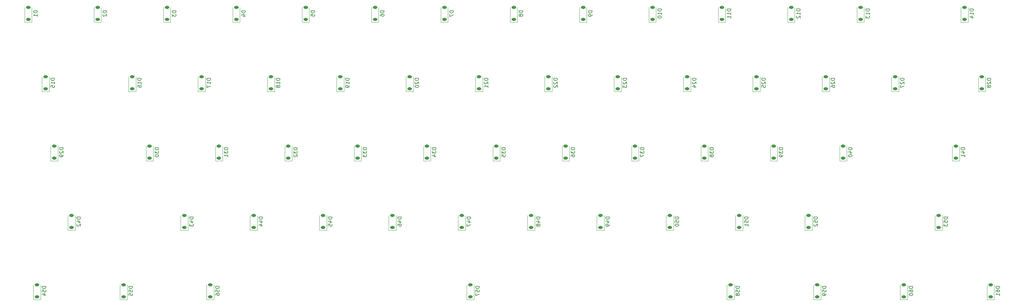
<source format=gbr>
%TF.GenerationSoftware,KiCad,Pcbnew,9.0.3*%
%TF.CreationDate,2025-08-15T22:36:12-07:00*%
%TF.ProjectId,keyboardpls,6b657962-6f61-4726-9470-6c732e6b6963,rev?*%
%TF.SameCoordinates,Original*%
%TF.FileFunction,Legend,Bot*%
%TF.FilePolarity,Positive*%
%FSLAX46Y46*%
G04 Gerber Fmt 4.6, Leading zero omitted, Abs format (unit mm)*
G04 Created by KiCad (PCBNEW 9.0.3) date 2025-08-15 22:36:12*
%MOMM*%
%LPD*%
G01*
G04 APERTURE LIST*
G04 Aperture macros list*
%AMRoundRect*
0 Rectangle with rounded corners*
0 $1 Rounding radius*
0 $2 $3 $4 $5 $6 $7 $8 $9 X,Y pos of 4 corners*
0 Add a 4 corners polygon primitive as box body*
4,1,4,$2,$3,$4,$5,$6,$7,$8,$9,$2,$3,0*
0 Add four circle primitives for the rounded corners*
1,1,$1+$1,$2,$3*
1,1,$1+$1,$4,$5*
1,1,$1+$1,$6,$7*
1,1,$1+$1,$8,$9*
0 Add four rect primitives between the rounded corners*
20,1,$1+$1,$2,$3,$4,$5,0*
20,1,$1+$1,$4,$5,$6,$7,0*
20,1,$1+$1,$6,$7,$8,$9,0*
20,1,$1+$1,$8,$9,$2,$3,0*%
G04 Aperture macros list end*
%ADD10C,0.150000*%
%ADD11C,0.120000*%
%ADD12C,2.300000*%
%ADD13C,1.750000*%
%ADD14C,3.987800*%
%ADD15RoundRect,0.225000X0.375000X-0.225000X0.375000X0.225000X-0.375000X0.225000X-0.375000X-0.225000X0*%
%ADD16C,4.000000*%
%ADD17C,1.700000*%
%ADD18R,1.700000X1.700000*%
G04 APERTURE END LIST*
D10*
X343053919Y-121068614D02*
X342053919Y-121068614D01*
X342053919Y-121068614D02*
X342053919Y-121306709D01*
X342053919Y-121306709D02*
X342101538Y-121449566D01*
X342101538Y-121449566D02*
X342196776Y-121544804D01*
X342196776Y-121544804D02*
X342292014Y-121592423D01*
X342292014Y-121592423D02*
X342482490Y-121640042D01*
X342482490Y-121640042D02*
X342625347Y-121640042D01*
X342625347Y-121640042D02*
X342815823Y-121592423D01*
X342815823Y-121592423D02*
X342911061Y-121544804D01*
X342911061Y-121544804D02*
X343006300Y-121449566D01*
X343006300Y-121449566D02*
X343053919Y-121306709D01*
X343053919Y-121306709D02*
X343053919Y-121068614D01*
X343053919Y-122592423D02*
X343053919Y-122020995D01*
X343053919Y-122306709D02*
X342053919Y-122306709D01*
X342053919Y-122306709D02*
X342196776Y-122211471D01*
X342196776Y-122211471D02*
X342292014Y-122116233D01*
X342292014Y-122116233D02*
X342339633Y-122020995D01*
X342387252Y-123449566D02*
X343053919Y-123449566D01*
X342006300Y-123211471D02*
X342720585Y-122973376D01*
X342720585Y-122973376D02*
X342720585Y-123592423D01*
X335910169Y-178218614D02*
X334910169Y-178218614D01*
X334910169Y-178218614D02*
X334910169Y-178456709D01*
X334910169Y-178456709D02*
X334957788Y-178599566D01*
X334957788Y-178599566D02*
X335053026Y-178694804D01*
X335053026Y-178694804D02*
X335148264Y-178742423D01*
X335148264Y-178742423D02*
X335338740Y-178790042D01*
X335338740Y-178790042D02*
X335481597Y-178790042D01*
X335481597Y-178790042D02*
X335672073Y-178742423D01*
X335672073Y-178742423D02*
X335767311Y-178694804D01*
X335767311Y-178694804D02*
X335862550Y-178599566D01*
X335862550Y-178599566D02*
X335910169Y-178456709D01*
X335910169Y-178456709D02*
X335910169Y-178218614D01*
X334910169Y-179694804D02*
X334910169Y-179218614D01*
X334910169Y-179218614D02*
X335386359Y-179170995D01*
X335386359Y-179170995D02*
X335338740Y-179218614D01*
X335338740Y-179218614D02*
X335291121Y-179313852D01*
X335291121Y-179313852D02*
X335291121Y-179551947D01*
X335291121Y-179551947D02*
X335338740Y-179647185D01*
X335338740Y-179647185D02*
X335386359Y-179694804D01*
X335386359Y-179694804D02*
X335481597Y-179742423D01*
X335481597Y-179742423D02*
X335719692Y-179742423D01*
X335719692Y-179742423D02*
X335814930Y-179694804D01*
X335814930Y-179694804D02*
X335862550Y-179647185D01*
X335862550Y-179647185D02*
X335910169Y-179551947D01*
X335910169Y-179551947D02*
X335910169Y-179313852D01*
X335910169Y-179313852D02*
X335862550Y-179218614D01*
X335862550Y-179218614D02*
X335814930Y-179170995D01*
X334910169Y-180075757D02*
X334910169Y-180694804D01*
X334910169Y-180694804D02*
X335291121Y-180361471D01*
X335291121Y-180361471D02*
X335291121Y-180504328D01*
X335291121Y-180504328D02*
X335338740Y-180599566D01*
X335338740Y-180599566D02*
X335386359Y-180647185D01*
X335386359Y-180647185D02*
X335481597Y-180694804D01*
X335481597Y-180694804D02*
X335719692Y-180694804D01*
X335719692Y-180694804D02*
X335814930Y-180647185D01*
X335814930Y-180647185D02*
X335862550Y-180599566D01*
X335862550Y-180599566D02*
X335910169Y-180504328D01*
X335910169Y-180504328D02*
X335910169Y-180218614D01*
X335910169Y-180218614D02*
X335862550Y-180123376D01*
X335862550Y-180123376D02*
X335814930Y-180075757D01*
X262091419Y-178218614D02*
X261091419Y-178218614D01*
X261091419Y-178218614D02*
X261091419Y-178456709D01*
X261091419Y-178456709D02*
X261139038Y-178599566D01*
X261139038Y-178599566D02*
X261234276Y-178694804D01*
X261234276Y-178694804D02*
X261329514Y-178742423D01*
X261329514Y-178742423D02*
X261519990Y-178790042D01*
X261519990Y-178790042D02*
X261662847Y-178790042D01*
X261662847Y-178790042D02*
X261853323Y-178742423D01*
X261853323Y-178742423D02*
X261948561Y-178694804D01*
X261948561Y-178694804D02*
X262043800Y-178599566D01*
X262043800Y-178599566D02*
X262091419Y-178456709D01*
X262091419Y-178456709D02*
X262091419Y-178218614D01*
X261091419Y-179694804D02*
X261091419Y-179218614D01*
X261091419Y-179218614D02*
X261567609Y-179170995D01*
X261567609Y-179170995D02*
X261519990Y-179218614D01*
X261519990Y-179218614D02*
X261472371Y-179313852D01*
X261472371Y-179313852D02*
X261472371Y-179551947D01*
X261472371Y-179551947D02*
X261519990Y-179647185D01*
X261519990Y-179647185D02*
X261567609Y-179694804D01*
X261567609Y-179694804D02*
X261662847Y-179742423D01*
X261662847Y-179742423D02*
X261900942Y-179742423D01*
X261900942Y-179742423D02*
X261996180Y-179694804D01*
X261996180Y-179694804D02*
X262043800Y-179647185D01*
X262043800Y-179647185D02*
X262091419Y-179551947D01*
X262091419Y-179551947D02*
X262091419Y-179313852D01*
X262091419Y-179313852D02*
X262043800Y-179218614D01*
X262043800Y-179218614D02*
X261996180Y-179170995D01*
X261091419Y-180361471D02*
X261091419Y-180456709D01*
X261091419Y-180456709D02*
X261139038Y-180551947D01*
X261139038Y-180551947D02*
X261186657Y-180599566D01*
X261186657Y-180599566D02*
X261281895Y-180647185D01*
X261281895Y-180647185D02*
X261472371Y-180694804D01*
X261472371Y-180694804D02*
X261710466Y-180694804D01*
X261710466Y-180694804D02*
X261900942Y-180647185D01*
X261900942Y-180647185D02*
X261996180Y-180599566D01*
X261996180Y-180599566D02*
X262043800Y-180551947D01*
X262043800Y-180551947D02*
X262091419Y-180456709D01*
X262091419Y-180456709D02*
X262091419Y-180361471D01*
X262091419Y-180361471D02*
X262043800Y-180266233D01*
X262043800Y-180266233D02*
X261996180Y-180218614D01*
X261996180Y-180218614D02*
X261900942Y-180170995D01*
X261900942Y-180170995D02*
X261710466Y-180123376D01*
X261710466Y-180123376D02*
X261472371Y-180123376D01*
X261472371Y-180123376D02*
X261281895Y-180170995D01*
X261281895Y-180170995D02*
X261186657Y-180218614D01*
X261186657Y-180218614D02*
X261139038Y-180266233D01*
X261139038Y-180266233D02*
X261091419Y-180361471D01*
X223991419Y-178218614D02*
X222991419Y-178218614D01*
X222991419Y-178218614D02*
X222991419Y-178456709D01*
X222991419Y-178456709D02*
X223039038Y-178599566D01*
X223039038Y-178599566D02*
X223134276Y-178694804D01*
X223134276Y-178694804D02*
X223229514Y-178742423D01*
X223229514Y-178742423D02*
X223419990Y-178790042D01*
X223419990Y-178790042D02*
X223562847Y-178790042D01*
X223562847Y-178790042D02*
X223753323Y-178742423D01*
X223753323Y-178742423D02*
X223848561Y-178694804D01*
X223848561Y-178694804D02*
X223943800Y-178599566D01*
X223943800Y-178599566D02*
X223991419Y-178456709D01*
X223991419Y-178456709D02*
X223991419Y-178218614D01*
X223324752Y-179647185D02*
X223991419Y-179647185D01*
X222943800Y-179409090D02*
X223658085Y-179170995D01*
X223658085Y-179170995D02*
X223658085Y-179790042D01*
X223419990Y-180313852D02*
X223372371Y-180218614D01*
X223372371Y-180218614D02*
X223324752Y-180170995D01*
X223324752Y-180170995D02*
X223229514Y-180123376D01*
X223229514Y-180123376D02*
X223181895Y-180123376D01*
X223181895Y-180123376D02*
X223086657Y-180170995D01*
X223086657Y-180170995D02*
X223039038Y-180218614D01*
X223039038Y-180218614D02*
X222991419Y-180313852D01*
X222991419Y-180313852D02*
X222991419Y-180504328D01*
X222991419Y-180504328D02*
X223039038Y-180599566D01*
X223039038Y-180599566D02*
X223086657Y-180647185D01*
X223086657Y-180647185D02*
X223181895Y-180694804D01*
X223181895Y-180694804D02*
X223229514Y-180694804D01*
X223229514Y-180694804D02*
X223324752Y-180647185D01*
X223324752Y-180647185D02*
X223372371Y-180599566D01*
X223372371Y-180599566D02*
X223419990Y-180504328D01*
X223419990Y-180504328D02*
X223419990Y-180313852D01*
X223419990Y-180313852D02*
X223467609Y-180218614D01*
X223467609Y-180218614D02*
X223515228Y-180170995D01*
X223515228Y-180170995D02*
X223610466Y-180123376D01*
X223610466Y-180123376D02*
X223800942Y-180123376D01*
X223800942Y-180123376D02*
X223896180Y-180170995D01*
X223896180Y-180170995D02*
X223943800Y-180218614D01*
X223943800Y-180218614D02*
X223991419Y-180313852D01*
X223991419Y-180313852D02*
X223991419Y-180504328D01*
X223991419Y-180504328D02*
X223943800Y-180599566D01*
X223943800Y-180599566D02*
X223896180Y-180647185D01*
X223896180Y-180647185D02*
X223800942Y-180694804D01*
X223800942Y-180694804D02*
X223610466Y-180694804D01*
X223610466Y-180694804D02*
X223515228Y-180647185D01*
X223515228Y-180647185D02*
X223467609Y-180599566D01*
X223467609Y-180599566D02*
X223419990Y-180504328D01*
X171603919Y-140118614D02*
X170603919Y-140118614D01*
X170603919Y-140118614D02*
X170603919Y-140356709D01*
X170603919Y-140356709D02*
X170651538Y-140499566D01*
X170651538Y-140499566D02*
X170746776Y-140594804D01*
X170746776Y-140594804D02*
X170842014Y-140642423D01*
X170842014Y-140642423D02*
X171032490Y-140690042D01*
X171032490Y-140690042D02*
X171175347Y-140690042D01*
X171175347Y-140690042D02*
X171365823Y-140642423D01*
X171365823Y-140642423D02*
X171461061Y-140594804D01*
X171461061Y-140594804D02*
X171556300Y-140499566D01*
X171556300Y-140499566D02*
X171603919Y-140356709D01*
X171603919Y-140356709D02*
X171603919Y-140118614D01*
X171603919Y-141642423D02*
X171603919Y-141070995D01*
X171603919Y-141356709D02*
X170603919Y-141356709D01*
X170603919Y-141356709D02*
X170746776Y-141261471D01*
X170746776Y-141261471D02*
X170842014Y-141166233D01*
X170842014Y-141166233D02*
X170889633Y-141070995D01*
X171603919Y-142118614D02*
X171603919Y-142309090D01*
X171603919Y-142309090D02*
X171556300Y-142404328D01*
X171556300Y-142404328D02*
X171508680Y-142451947D01*
X171508680Y-142451947D02*
X171365823Y-142547185D01*
X171365823Y-142547185D02*
X171175347Y-142594804D01*
X171175347Y-142594804D02*
X170794395Y-142594804D01*
X170794395Y-142594804D02*
X170699157Y-142547185D01*
X170699157Y-142547185D02*
X170651538Y-142499566D01*
X170651538Y-142499566D02*
X170603919Y-142404328D01*
X170603919Y-142404328D02*
X170603919Y-142213852D01*
X170603919Y-142213852D02*
X170651538Y-142118614D01*
X170651538Y-142118614D02*
X170699157Y-142070995D01*
X170699157Y-142070995D02*
X170794395Y-142023376D01*
X170794395Y-142023376D02*
X171032490Y-142023376D01*
X171032490Y-142023376D02*
X171127728Y-142070995D01*
X171127728Y-142070995D02*
X171175347Y-142118614D01*
X171175347Y-142118614D02*
X171222966Y-142213852D01*
X171222966Y-142213852D02*
X171222966Y-142404328D01*
X171222966Y-142404328D02*
X171175347Y-142499566D01*
X171175347Y-142499566D02*
X171127728Y-142547185D01*
X171127728Y-142547185D02*
X171032490Y-142594804D01*
X114453919Y-140118614D02*
X113453919Y-140118614D01*
X113453919Y-140118614D02*
X113453919Y-140356709D01*
X113453919Y-140356709D02*
X113501538Y-140499566D01*
X113501538Y-140499566D02*
X113596776Y-140594804D01*
X113596776Y-140594804D02*
X113692014Y-140642423D01*
X113692014Y-140642423D02*
X113882490Y-140690042D01*
X113882490Y-140690042D02*
X114025347Y-140690042D01*
X114025347Y-140690042D02*
X114215823Y-140642423D01*
X114215823Y-140642423D02*
X114311061Y-140594804D01*
X114311061Y-140594804D02*
X114406300Y-140499566D01*
X114406300Y-140499566D02*
X114453919Y-140356709D01*
X114453919Y-140356709D02*
X114453919Y-140118614D01*
X114453919Y-141642423D02*
X114453919Y-141070995D01*
X114453919Y-141356709D02*
X113453919Y-141356709D01*
X113453919Y-141356709D02*
X113596776Y-141261471D01*
X113596776Y-141261471D02*
X113692014Y-141166233D01*
X113692014Y-141166233D02*
X113739633Y-141070995D01*
X113453919Y-142499566D02*
X113453919Y-142309090D01*
X113453919Y-142309090D02*
X113501538Y-142213852D01*
X113501538Y-142213852D02*
X113549157Y-142166233D01*
X113549157Y-142166233D02*
X113692014Y-142070995D01*
X113692014Y-142070995D02*
X113882490Y-142023376D01*
X113882490Y-142023376D02*
X114263442Y-142023376D01*
X114263442Y-142023376D02*
X114358680Y-142070995D01*
X114358680Y-142070995D02*
X114406300Y-142118614D01*
X114406300Y-142118614D02*
X114453919Y-142213852D01*
X114453919Y-142213852D02*
X114453919Y-142404328D01*
X114453919Y-142404328D02*
X114406300Y-142499566D01*
X114406300Y-142499566D02*
X114358680Y-142547185D01*
X114358680Y-142547185D02*
X114263442Y-142594804D01*
X114263442Y-142594804D02*
X114025347Y-142594804D01*
X114025347Y-142594804D02*
X113930109Y-142547185D01*
X113930109Y-142547185D02*
X113882490Y-142499566D01*
X113882490Y-142499566D02*
X113834871Y-142404328D01*
X113834871Y-142404328D02*
X113834871Y-142213852D01*
X113834871Y-142213852D02*
X113882490Y-142118614D01*
X113882490Y-142118614D02*
X113930109Y-142070995D01*
X113930109Y-142070995D02*
X114025347Y-142023376D01*
X324003919Y-140118614D02*
X323003919Y-140118614D01*
X323003919Y-140118614D02*
X323003919Y-140356709D01*
X323003919Y-140356709D02*
X323051538Y-140499566D01*
X323051538Y-140499566D02*
X323146776Y-140594804D01*
X323146776Y-140594804D02*
X323242014Y-140642423D01*
X323242014Y-140642423D02*
X323432490Y-140690042D01*
X323432490Y-140690042D02*
X323575347Y-140690042D01*
X323575347Y-140690042D02*
X323765823Y-140642423D01*
X323765823Y-140642423D02*
X323861061Y-140594804D01*
X323861061Y-140594804D02*
X323956300Y-140499566D01*
X323956300Y-140499566D02*
X324003919Y-140356709D01*
X324003919Y-140356709D02*
X324003919Y-140118614D01*
X323099157Y-141070995D02*
X323051538Y-141118614D01*
X323051538Y-141118614D02*
X323003919Y-141213852D01*
X323003919Y-141213852D02*
X323003919Y-141451947D01*
X323003919Y-141451947D02*
X323051538Y-141547185D01*
X323051538Y-141547185D02*
X323099157Y-141594804D01*
X323099157Y-141594804D02*
X323194395Y-141642423D01*
X323194395Y-141642423D02*
X323289633Y-141642423D01*
X323289633Y-141642423D02*
X323432490Y-141594804D01*
X323432490Y-141594804D02*
X324003919Y-141023376D01*
X324003919Y-141023376D02*
X324003919Y-141642423D01*
X323003919Y-141975757D02*
X323003919Y-142642423D01*
X323003919Y-142642423D02*
X324003919Y-142213852D01*
X266853919Y-140118614D02*
X265853919Y-140118614D01*
X265853919Y-140118614D02*
X265853919Y-140356709D01*
X265853919Y-140356709D02*
X265901538Y-140499566D01*
X265901538Y-140499566D02*
X265996776Y-140594804D01*
X265996776Y-140594804D02*
X266092014Y-140642423D01*
X266092014Y-140642423D02*
X266282490Y-140690042D01*
X266282490Y-140690042D02*
X266425347Y-140690042D01*
X266425347Y-140690042D02*
X266615823Y-140642423D01*
X266615823Y-140642423D02*
X266711061Y-140594804D01*
X266711061Y-140594804D02*
X266806300Y-140499566D01*
X266806300Y-140499566D02*
X266853919Y-140356709D01*
X266853919Y-140356709D02*
X266853919Y-140118614D01*
X265949157Y-141070995D02*
X265901538Y-141118614D01*
X265901538Y-141118614D02*
X265853919Y-141213852D01*
X265853919Y-141213852D02*
X265853919Y-141451947D01*
X265853919Y-141451947D02*
X265901538Y-141547185D01*
X265901538Y-141547185D02*
X265949157Y-141594804D01*
X265949157Y-141594804D02*
X266044395Y-141642423D01*
X266044395Y-141642423D02*
X266139633Y-141642423D01*
X266139633Y-141642423D02*
X266282490Y-141594804D01*
X266282490Y-141594804D02*
X266853919Y-141023376D01*
X266853919Y-141023376D02*
X266853919Y-141642423D01*
X266187252Y-142499566D02*
X266853919Y-142499566D01*
X265806300Y-142261471D02*
X266520585Y-142023376D01*
X266520585Y-142023376D02*
X266520585Y-142642423D01*
X247803919Y-140118614D02*
X246803919Y-140118614D01*
X246803919Y-140118614D02*
X246803919Y-140356709D01*
X246803919Y-140356709D02*
X246851538Y-140499566D01*
X246851538Y-140499566D02*
X246946776Y-140594804D01*
X246946776Y-140594804D02*
X247042014Y-140642423D01*
X247042014Y-140642423D02*
X247232490Y-140690042D01*
X247232490Y-140690042D02*
X247375347Y-140690042D01*
X247375347Y-140690042D02*
X247565823Y-140642423D01*
X247565823Y-140642423D02*
X247661061Y-140594804D01*
X247661061Y-140594804D02*
X247756300Y-140499566D01*
X247756300Y-140499566D02*
X247803919Y-140356709D01*
X247803919Y-140356709D02*
X247803919Y-140118614D01*
X246899157Y-141070995D02*
X246851538Y-141118614D01*
X246851538Y-141118614D02*
X246803919Y-141213852D01*
X246803919Y-141213852D02*
X246803919Y-141451947D01*
X246803919Y-141451947D02*
X246851538Y-141547185D01*
X246851538Y-141547185D02*
X246899157Y-141594804D01*
X246899157Y-141594804D02*
X246994395Y-141642423D01*
X246994395Y-141642423D02*
X247089633Y-141642423D01*
X247089633Y-141642423D02*
X247232490Y-141594804D01*
X247232490Y-141594804D02*
X247803919Y-141023376D01*
X247803919Y-141023376D02*
X247803919Y-141642423D01*
X246803919Y-141975757D02*
X246803919Y-142594804D01*
X246803919Y-142594804D02*
X247184871Y-142261471D01*
X247184871Y-142261471D02*
X247184871Y-142404328D01*
X247184871Y-142404328D02*
X247232490Y-142499566D01*
X247232490Y-142499566D02*
X247280109Y-142547185D01*
X247280109Y-142547185D02*
X247375347Y-142594804D01*
X247375347Y-142594804D02*
X247613442Y-142594804D01*
X247613442Y-142594804D02*
X247708680Y-142547185D01*
X247708680Y-142547185D02*
X247756300Y-142499566D01*
X247756300Y-142499566D02*
X247803919Y-142404328D01*
X247803919Y-142404328D02*
X247803919Y-142118614D01*
X247803919Y-142118614D02*
X247756300Y-142023376D01*
X247756300Y-142023376D02*
X247708680Y-141975757D01*
X133503919Y-140118614D02*
X132503919Y-140118614D01*
X132503919Y-140118614D02*
X132503919Y-140356709D01*
X132503919Y-140356709D02*
X132551538Y-140499566D01*
X132551538Y-140499566D02*
X132646776Y-140594804D01*
X132646776Y-140594804D02*
X132742014Y-140642423D01*
X132742014Y-140642423D02*
X132932490Y-140690042D01*
X132932490Y-140690042D02*
X133075347Y-140690042D01*
X133075347Y-140690042D02*
X133265823Y-140642423D01*
X133265823Y-140642423D02*
X133361061Y-140594804D01*
X133361061Y-140594804D02*
X133456300Y-140499566D01*
X133456300Y-140499566D02*
X133503919Y-140356709D01*
X133503919Y-140356709D02*
X133503919Y-140118614D01*
X133503919Y-141642423D02*
X133503919Y-141070995D01*
X133503919Y-141356709D02*
X132503919Y-141356709D01*
X132503919Y-141356709D02*
X132646776Y-141261471D01*
X132646776Y-141261471D02*
X132742014Y-141166233D01*
X132742014Y-141166233D02*
X132789633Y-141070995D01*
X132503919Y-141975757D02*
X132503919Y-142642423D01*
X132503919Y-142642423D02*
X133503919Y-142213852D01*
X128741419Y-178218614D02*
X127741419Y-178218614D01*
X127741419Y-178218614D02*
X127741419Y-178456709D01*
X127741419Y-178456709D02*
X127789038Y-178599566D01*
X127789038Y-178599566D02*
X127884276Y-178694804D01*
X127884276Y-178694804D02*
X127979514Y-178742423D01*
X127979514Y-178742423D02*
X128169990Y-178790042D01*
X128169990Y-178790042D02*
X128312847Y-178790042D01*
X128312847Y-178790042D02*
X128503323Y-178742423D01*
X128503323Y-178742423D02*
X128598561Y-178694804D01*
X128598561Y-178694804D02*
X128693800Y-178599566D01*
X128693800Y-178599566D02*
X128741419Y-178456709D01*
X128741419Y-178456709D02*
X128741419Y-178218614D01*
X128074752Y-179647185D02*
X128741419Y-179647185D01*
X127693800Y-179409090D02*
X128408085Y-179170995D01*
X128408085Y-179170995D02*
X128408085Y-179790042D01*
X127741419Y-180075757D02*
X127741419Y-180694804D01*
X127741419Y-180694804D02*
X128122371Y-180361471D01*
X128122371Y-180361471D02*
X128122371Y-180504328D01*
X128122371Y-180504328D02*
X128169990Y-180599566D01*
X128169990Y-180599566D02*
X128217609Y-180647185D01*
X128217609Y-180647185D02*
X128312847Y-180694804D01*
X128312847Y-180694804D02*
X128550942Y-180694804D01*
X128550942Y-180694804D02*
X128646180Y-180647185D01*
X128646180Y-180647185D02*
X128693800Y-180599566D01*
X128693800Y-180599566D02*
X128741419Y-180504328D01*
X128741419Y-180504328D02*
X128741419Y-180218614D01*
X128741419Y-180218614D02*
X128693800Y-180123376D01*
X128693800Y-180123376D02*
X128646180Y-180075757D01*
X257328919Y-121068614D02*
X256328919Y-121068614D01*
X256328919Y-121068614D02*
X256328919Y-121306709D01*
X256328919Y-121306709D02*
X256376538Y-121449566D01*
X256376538Y-121449566D02*
X256471776Y-121544804D01*
X256471776Y-121544804D02*
X256567014Y-121592423D01*
X256567014Y-121592423D02*
X256757490Y-121640042D01*
X256757490Y-121640042D02*
X256900347Y-121640042D01*
X256900347Y-121640042D02*
X257090823Y-121592423D01*
X257090823Y-121592423D02*
X257186061Y-121544804D01*
X257186061Y-121544804D02*
X257281300Y-121449566D01*
X257281300Y-121449566D02*
X257328919Y-121306709D01*
X257328919Y-121306709D02*
X257328919Y-121068614D01*
X257328919Y-122592423D02*
X257328919Y-122020995D01*
X257328919Y-122306709D02*
X256328919Y-122306709D01*
X256328919Y-122306709D02*
X256471776Y-122211471D01*
X256471776Y-122211471D02*
X256567014Y-122116233D01*
X256567014Y-122116233D02*
X256614633Y-122020995D01*
X256328919Y-123211471D02*
X256328919Y-123306709D01*
X256328919Y-123306709D02*
X256376538Y-123401947D01*
X256376538Y-123401947D02*
X256424157Y-123449566D01*
X256424157Y-123449566D02*
X256519395Y-123497185D01*
X256519395Y-123497185D02*
X256709871Y-123544804D01*
X256709871Y-123544804D02*
X256947966Y-123544804D01*
X256947966Y-123544804D02*
X257138442Y-123497185D01*
X257138442Y-123497185D02*
X257233680Y-123449566D01*
X257233680Y-123449566D02*
X257281300Y-123401947D01*
X257281300Y-123401947D02*
X257328919Y-123306709D01*
X257328919Y-123306709D02*
X257328919Y-123211471D01*
X257328919Y-123211471D02*
X257281300Y-123116233D01*
X257281300Y-123116233D02*
X257233680Y-123068614D01*
X257233680Y-123068614D02*
X257138442Y-123020995D01*
X257138442Y-123020995D02*
X256947966Y-122973376D01*
X256947966Y-122973376D02*
X256709871Y-122973376D01*
X256709871Y-122973376D02*
X256519395Y-123020995D01*
X256519395Y-123020995D02*
X256424157Y-123068614D01*
X256424157Y-123068614D02*
X256376538Y-123116233D01*
X256376538Y-123116233D02*
X256328919Y-123211471D01*
X304953919Y-140118614D02*
X303953919Y-140118614D01*
X303953919Y-140118614D02*
X303953919Y-140356709D01*
X303953919Y-140356709D02*
X304001538Y-140499566D01*
X304001538Y-140499566D02*
X304096776Y-140594804D01*
X304096776Y-140594804D02*
X304192014Y-140642423D01*
X304192014Y-140642423D02*
X304382490Y-140690042D01*
X304382490Y-140690042D02*
X304525347Y-140690042D01*
X304525347Y-140690042D02*
X304715823Y-140642423D01*
X304715823Y-140642423D02*
X304811061Y-140594804D01*
X304811061Y-140594804D02*
X304906300Y-140499566D01*
X304906300Y-140499566D02*
X304953919Y-140356709D01*
X304953919Y-140356709D02*
X304953919Y-140118614D01*
X304049157Y-141070995D02*
X304001538Y-141118614D01*
X304001538Y-141118614D02*
X303953919Y-141213852D01*
X303953919Y-141213852D02*
X303953919Y-141451947D01*
X303953919Y-141451947D02*
X304001538Y-141547185D01*
X304001538Y-141547185D02*
X304049157Y-141594804D01*
X304049157Y-141594804D02*
X304144395Y-141642423D01*
X304144395Y-141642423D02*
X304239633Y-141642423D01*
X304239633Y-141642423D02*
X304382490Y-141594804D01*
X304382490Y-141594804D02*
X304953919Y-141023376D01*
X304953919Y-141023376D02*
X304953919Y-141642423D01*
X303953919Y-142499566D02*
X303953919Y-142309090D01*
X303953919Y-142309090D02*
X304001538Y-142213852D01*
X304001538Y-142213852D02*
X304049157Y-142166233D01*
X304049157Y-142166233D02*
X304192014Y-142070995D01*
X304192014Y-142070995D02*
X304382490Y-142023376D01*
X304382490Y-142023376D02*
X304763442Y-142023376D01*
X304763442Y-142023376D02*
X304858680Y-142070995D01*
X304858680Y-142070995D02*
X304906300Y-142118614D01*
X304906300Y-142118614D02*
X304953919Y-142213852D01*
X304953919Y-142213852D02*
X304953919Y-142404328D01*
X304953919Y-142404328D02*
X304906300Y-142499566D01*
X304906300Y-142499566D02*
X304858680Y-142547185D01*
X304858680Y-142547185D02*
X304763442Y-142594804D01*
X304763442Y-142594804D02*
X304525347Y-142594804D01*
X304525347Y-142594804D02*
X304430109Y-142547185D01*
X304430109Y-142547185D02*
X304382490Y-142499566D01*
X304382490Y-142499566D02*
X304334871Y-142404328D01*
X304334871Y-142404328D02*
X304334871Y-142213852D01*
X304334871Y-142213852D02*
X304382490Y-142118614D01*
X304382490Y-142118614D02*
X304430109Y-142070995D01*
X304430109Y-142070995D02*
X304525347Y-142023376D01*
X243041419Y-178218614D02*
X242041419Y-178218614D01*
X242041419Y-178218614D02*
X242041419Y-178456709D01*
X242041419Y-178456709D02*
X242089038Y-178599566D01*
X242089038Y-178599566D02*
X242184276Y-178694804D01*
X242184276Y-178694804D02*
X242279514Y-178742423D01*
X242279514Y-178742423D02*
X242469990Y-178790042D01*
X242469990Y-178790042D02*
X242612847Y-178790042D01*
X242612847Y-178790042D02*
X242803323Y-178742423D01*
X242803323Y-178742423D02*
X242898561Y-178694804D01*
X242898561Y-178694804D02*
X242993800Y-178599566D01*
X242993800Y-178599566D02*
X243041419Y-178456709D01*
X243041419Y-178456709D02*
X243041419Y-178218614D01*
X242374752Y-179647185D02*
X243041419Y-179647185D01*
X241993800Y-179409090D02*
X242708085Y-179170995D01*
X242708085Y-179170995D02*
X242708085Y-179790042D01*
X243041419Y-180218614D02*
X243041419Y-180409090D01*
X243041419Y-180409090D02*
X242993800Y-180504328D01*
X242993800Y-180504328D02*
X242946180Y-180551947D01*
X242946180Y-180551947D02*
X242803323Y-180647185D01*
X242803323Y-180647185D02*
X242612847Y-180694804D01*
X242612847Y-180694804D02*
X242231895Y-180694804D01*
X242231895Y-180694804D02*
X242136657Y-180647185D01*
X242136657Y-180647185D02*
X242089038Y-180599566D01*
X242089038Y-180599566D02*
X242041419Y-180504328D01*
X242041419Y-180504328D02*
X242041419Y-180313852D01*
X242041419Y-180313852D02*
X242089038Y-180218614D01*
X242089038Y-180218614D02*
X242136657Y-180170995D01*
X242136657Y-180170995D02*
X242231895Y-180123376D01*
X242231895Y-180123376D02*
X242469990Y-180123376D01*
X242469990Y-180123376D02*
X242565228Y-180170995D01*
X242565228Y-180170995D02*
X242612847Y-180218614D01*
X242612847Y-180218614D02*
X242660466Y-180313852D01*
X242660466Y-180313852D02*
X242660466Y-180504328D01*
X242660466Y-180504328D02*
X242612847Y-180599566D01*
X242612847Y-180599566D02*
X242565228Y-180647185D01*
X242565228Y-180647185D02*
X242469990Y-180694804D01*
X214466419Y-159168614D02*
X213466419Y-159168614D01*
X213466419Y-159168614D02*
X213466419Y-159406709D01*
X213466419Y-159406709D02*
X213514038Y-159549566D01*
X213514038Y-159549566D02*
X213609276Y-159644804D01*
X213609276Y-159644804D02*
X213704514Y-159692423D01*
X213704514Y-159692423D02*
X213894990Y-159740042D01*
X213894990Y-159740042D02*
X214037847Y-159740042D01*
X214037847Y-159740042D02*
X214228323Y-159692423D01*
X214228323Y-159692423D02*
X214323561Y-159644804D01*
X214323561Y-159644804D02*
X214418800Y-159549566D01*
X214418800Y-159549566D02*
X214466419Y-159406709D01*
X214466419Y-159406709D02*
X214466419Y-159168614D01*
X213466419Y-160073376D02*
X213466419Y-160692423D01*
X213466419Y-160692423D02*
X213847371Y-160359090D01*
X213847371Y-160359090D02*
X213847371Y-160501947D01*
X213847371Y-160501947D02*
X213894990Y-160597185D01*
X213894990Y-160597185D02*
X213942609Y-160644804D01*
X213942609Y-160644804D02*
X214037847Y-160692423D01*
X214037847Y-160692423D02*
X214275942Y-160692423D01*
X214275942Y-160692423D02*
X214371180Y-160644804D01*
X214371180Y-160644804D02*
X214418800Y-160597185D01*
X214418800Y-160597185D02*
X214466419Y-160501947D01*
X214466419Y-160501947D02*
X214466419Y-160216233D01*
X214466419Y-160216233D02*
X214418800Y-160120995D01*
X214418800Y-160120995D02*
X214371180Y-160073376D01*
X213466419Y-161597185D02*
X213466419Y-161120995D01*
X213466419Y-161120995D02*
X213942609Y-161073376D01*
X213942609Y-161073376D02*
X213894990Y-161120995D01*
X213894990Y-161120995D02*
X213847371Y-161216233D01*
X213847371Y-161216233D02*
X213847371Y-161454328D01*
X213847371Y-161454328D02*
X213894990Y-161549566D01*
X213894990Y-161549566D02*
X213942609Y-161597185D01*
X213942609Y-161597185D02*
X214037847Y-161644804D01*
X214037847Y-161644804D02*
X214275942Y-161644804D01*
X214275942Y-161644804D02*
X214371180Y-161597185D01*
X214371180Y-161597185D02*
X214418800Y-161549566D01*
X214418800Y-161549566D02*
X214466419Y-161454328D01*
X214466419Y-161454328D02*
X214466419Y-161216233D01*
X214466419Y-161216233D02*
X214418800Y-161120995D01*
X214418800Y-161120995D02*
X214371180Y-161073376D01*
X278760169Y-197268614D02*
X277760169Y-197268614D01*
X277760169Y-197268614D02*
X277760169Y-197506709D01*
X277760169Y-197506709D02*
X277807788Y-197649566D01*
X277807788Y-197649566D02*
X277903026Y-197744804D01*
X277903026Y-197744804D02*
X277998264Y-197792423D01*
X277998264Y-197792423D02*
X278188740Y-197840042D01*
X278188740Y-197840042D02*
X278331597Y-197840042D01*
X278331597Y-197840042D02*
X278522073Y-197792423D01*
X278522073Y-197792423D02*
X278617311Y-197744804D01*
X278617311Y-197744804D02*
X278712550Y-197649566D01*
X278712550Y-197649566D02*
X278760169Y-197506709D01*
X278760169Y-197506709D02*
X278760169Y-197268614D01*
X277760169Y-198744804D02*
X277760169Y-198268614D01*
X277760169Y-198268614D02*
X278236359Y-198220995D01*
X278236359Y-198220995D02*
X278188740Y-198268614D01*
X278188740Y-198268614D02*
X278141121Y-198363852D01*
X278141121Y-198363852D02*
X278141121Y-198601947D01*
X278141121Y-198601947D02*
X278188740Y-198697185D01*
X278188740Y-198697185D02*
X278236359Y-198744804D01*
X278236359Y-198744804D02*
X278331597Y-198792423D01*
X278331597Y-198792423D02*
X278569692Y-198792423D01*
X278569692Y-198792423D02*
X278664930Y-198744804D01*
X278664930Y-198744804D02*
X278712550Y-198697185D01*
X278712550Y-198697185D02*
X278760169Y-198601947D01*
X278760169Y-198601947D02*
X278760169Y-198363852D01*
X278760169Y-198363852D02*
X278712550Y-198268614D01*
X278712550Y-198268614D02*
X278664930Y-198220995D01*
X278188740Y-199363852D02*
X278141121Y-199268614D01*
X278141121Y-199268614D02*
X278093502Y-199220995D01*
X278093502Y-199220995D02*
X277998264Y-199173376D01*
X277998264Y-199173376D02*
X277950645Y-199173376D01*
X277950645Y-199173376D02*
X277855407Y-199220995D01*
X277855407Y-199220995D02*
X277807788Y-199268614D01*
X277807788Y-199268614D02*
X277760169Y-199363852D01*
X277760169Y-199363852D02*
X277760169Y-199554328D01*
X277760169Y-199554328D02*
X277807788Y-199649566D01*
X277807788Y-199649566D02*
X277855407Y-199697185D01*
X277855407Y-199697185D02*
X277950645Y-199744804D01*
X277950645Y-199744804D02*
X277998264Y-199744804D01*
X277998264Y-199744804D02*
X278093502Y-199697185D01*
X278093502Y-199697185D02*
X278141121Y-199649566D01*
X278141121Y-199649566D02*
X278188740Y-199554328D01*
X278188740Y-199554328D02*
X278188740Y-199363852D01*
X278188740Y-199363852D02*
X278236359Y-199268614D01*
X278236359Y-199268614D02*
X278283978Y-199220995D01*
X278283978Y-199220995D02*
X278379216Y-199173376D01*
X278379216Y-199173376D02*
X278569692Y-199173376D01*
X278569692Y-199173376D02*
X278664930Y-199220995D01*
X278664930Y-199220995D02*
X278712550Y-199268614D01*
X278712550Y-199268614D02*
X278760169Y-199363852D01*
X278760169Y-199363852D02*
X278760169Y-199554328D01*
X278760169Y-199554328D02*
X278712550Y-199649566D01*
X278712550Y-199649566D02*
X278664930Y-199697185D01*
X278664930Y-199697185D02*
X278569692Y-199744804D01*
X278569692Y-199744804D02*
X278379216Y-199744804D01*
X278379216Y-199744804D02*
X278283978Y-199697185D01*
X278283978Y-199697185D02*
X278236359Y-199649566D01*
X278236359Y-199649566D02*
X278188740Y-199554328D01*
X93022669Y-159168614D02*
X92022669Y-159168614D01*
X92022669Y-159168614D02*
X92022669Y-159406709D01*
X92022669Y-159406709D02*
X92070288Y-159549566D01*
X92070288Y-159549566D02*
X92165526Y-159644804D01*
X92165526Y-159644804D02*
X92260764Y-159692423D01*
X92260764Y-159692423D02*
X92451240Y-159740042D01*
X92451240Y-159740042D02*
X92594097Y-159740042D01*
X92594097Y-159740042D02*
X92784573Y-159692423D01*
X92784573Y-159692423D02*
X92879811Y-159644804D01*
X92879811Y-159644804D02*
X92975050Y-159549566D01*
X92975050Y-159549566D02*
X93022669Y-159406709D01*
X93022669Y-159406709D02*
X93022669Y-159168614D01*
X92117907Y-160120995D02*
X92070288Y-160168614D01*
X92070288Y-160168614D02*
X92022669Y-160263852D01*
X92022669Y-160263852D02*
X92022669Y-160501947D01*
X92022669Y-160501947D02*
X92070288Y-160597185D01*
X92070288Y-160597185D02*
X92117907Y-160644804D01*
X92117907Y-160644804D02*
X92213145Y-160692423D01*
X92213145Y-160692423D02*
X92308383Y-160692423D01*
X92308383Y-160692423D02*
X92451240Y-160644804D01*
X92451240Y-160644804D02*
X93022669Y-160073376D01*
X93022669Y-160073376D02*
X93022669Y-160692423D01*
X93022669Y-161168614D02*
X93022669Y-161359090D01*
X93022669Y-161359090D02*
X92975050Y-161454328D01*
X92975050Y-161454328D02*
X92927430Y-161501947D01*
X92927430Y-161501947D02*
X92784573Y-161597185D01*
X92784573Y-161597185D02*
X92594097Y-161644804D01*
X92594097Y-161644804D02*
X92213145Y-161644804D01*
X92213145Y-161644804D02*
X92117907Y-161597185D01*
X92117907Y-161597185D02*
X92070288Y-161549566D01*
X92070288Y-161549566D02*
X92022669Y-161454328D01*
X92022669Y-161454328D02*
X92022669Y-161263852D01*
X92022669Y-161263852D02*
X92070288Y-161168614D01*
X92070288Y-161168614D02*
X92117907Y-161120995D01*
X92117907Y-161120995D02*
X92213145Y-161073376D01*
X92213145Y-161073376D02*
X92451240Y-161073376D01*
X92451240Y-161073376D02*
X92546478Y-161120995D01*
X92546478Y-161120995D02*
X92594097Y-161168614D01*
X92594097Y-161168614D02*
X92641716Y-161263852D01*
X92641716Y-161263852D02*
X92641716Y-161454328D01*
X92641716Y-161454328D02*
X92594097Y-161549566D01*
X92594097Y-161549566D02*
X92546478Y-161597185D01*
X92546478Y-161597185D02*
X92451240Y-161644804D01*
X228753919Y-140118614D02*
X227753919Y-140118614D01*
X227753919Y-140118614D02*
X227753919Y-140356709D01*
X227753919Y-140356709D02*
X227801538Y-140499566D01*
X227801538Y-140499566D02*
X227896776Y-140594804D01*
X227896776Y-140594804D02*
X227992014Y-140642423D01*
X227992014Y-140642423D02*
X228182490Y-140690042D01*
X228182490Y-140690042D02*
X228325347Y-140690042D01*
X228325347Y-140690042D02*
X228515823Y-140642423D01*
X228515823Y-140642423D02*
X228611061Y-140594804D01*
X228611061Y-140594804D02*
X228706300Y-140499566D01*
X228706300Y-140499566D02*
X228753919Y-140356709D01*
X228753919Y-140356709D02*
X228753919Y-140118614D01*
X227849157Y-141070995D02*
X227801538Y-141118614D01*
X227801538Y-141118614D02*
X227753919Y-141213852D01*
X227753919Y-141213852D02*
X227753919Y-141451947D01*
X227753919Y-141451947D02*
X227801538Y-141547185D01*
X227801538Y-141547185D02*
X227849157Y-141594804D01*
X227849157Y-141594804D02*
X227944395Y-141642423D01*
X227944395Y-141642423D02*
X228039633Y-141642423D01*
X228039633Y-141642423D02*
X228182490Y-141594804D01*
X228182490Y-141594804D02*
X228753919Y-141023376D01*
X228753919Y-141023376D02*
X228753919Y-141642423D01*
X227849157Y-142023376D02*
X227801538Y-142070995D01*
X227801538Y-142070995D02*
X227753919Y-142166233D01*
X227753919Y-142166233D02*
X227753919Y-142404328D01*
X227753919Y-142404328D02*
X227801538Y-142499566D01*
X227801538Y-142499566D02*
X227849157Y-142547185D01*
X227849157Y-142547185D02*
X227944395Y-142594804D01*
X227944395Y-142594804D02*
X228039633Y-142594804D01*
X228039633Y-142594804D02*
X228182490Y-142547185D01*
X228182490Y-142547185D02*
X228753919Y-141975757D01*
X228753919Y-141975757D02*
X228753919Y-142594804D01*
X90641419Y-140118614D02*
X89641419Y-140118614D01*
X89641419Y-140118614D02*
X89641419Y-140356709D01*
X89641419Y-140356709D02*
X89689038Y-140499566D01*
X89689038Y-140499566D02*
X89784276Y-140594804D01*
X89784276Y-140594804D02*
X89879514Y-140642423D01*
X89879514Y-140642423D02*
X90069990Y-140690042D01*
X90069990Y-140690042D02*
X90212847Y-140690042D01*
X90212847Y-140690042D02*
X90403323Y-140642423D01*
X90403323Y-140642423D02*
X90498561Y-140594804D01*
X90498561Y-140594804D02*
X90593800Y-140499566D01*
X90593800Y-140499566D02*
X90641419Y-140356709D01*
X90641419Y-140356709D02*
X90641419Y-140118614D01*
X90641419Y-141642423D02*
X90641419Y-141070995D01*
X90641419Y-141356709D02*
X89641419Y-141356709D01*
X89641419Y-141356709D02*
X89784276Y-141261471D01*
X89784276Y-141261471D02*
X89879514Y-141166233D01*
X89879514Y-141166233D02*
X89927133Y-141070995D01*
X89641419Y-142547185D02*
X89641419Y-142070995D01*
X89641419Y-142070995D02*
X90117609Y-142023376D01*
X90117609Y-142023376D02*
X90069990Y-142070995D01*
X90069990Y-142070995D02*
X90022371Y-142166233D01*
X90022371Y-142166233D02*
X90022371Y-142404328D01*
X90022371Y-142404328D02*
X90069990Y-142499566D01*
X90069990Y-142499566D02*
X90117609Y-142547185D01*
X90117609Y-142547185D02*
X90212847Y-142594804D01*
X90212847Y-142594804D02*
X90450942Y-142594804D01*
X90450942Y-142594804D02*
X90546180Y-142547185D01*
X90546180Y-142547185D02*
X90593800Y-142499566D01*
X90593800Y-142499566D02*
X90641419Y-142404328D01*
X90641419Y-142404328D02*
X90641419Y-142166233D01*
X90641419Y-142166233D02*
X90593800Y-142070995D01*
X90593800Y-142070995D02*
X90546180Y-142023376D01*
X300191419Y-178218614D02*
X299191419Y-178218614D01*
X299191419Y-178218614D02*
X299191419Y-178456709D01*
X299191419Y-178456709D02*
X299239038Y-178599566D01*
X299239038Y-178599566D02*
X299334276Y-178694804D01*
X299334276Y-178694804D02*
X299429514Y-178742423D01*
X299429514Y-178742423D02*
X299619990Y-178790042D01*
X299619990Y-178790042D02*
X299762847Y-178790042D01*
X299762847Y-178790042D02*
X299953323Y-178742423D01*
X299953323Y-178742423D02*
X300048561Y-178694804D01*
X300048561Y-178694804D02*
X300143800Y-178599566D01*
X300143800Y-178599566D02*
X300191419Y-178456709D01*
X300191419Y-178456709D02*
X300191419Y-178218614D01*
X299191419Y-179694804D02*
X299191419Y-179218614D01*
X299191419Y-179218614D02*
X299667609Y-179170995D01*
X299667609Y-179170995D02*
X299619990Y-179218614D01*
X299619990Y-179218614D02*
X299572371Y-179313852D01*
X299572371Y-179313852D02*
X299572371Y-179551947D01*
X299572371Y-179551947D02*
X299619990Y-179647185D01*
X299619990Y-179647185D02*
X299667609Y-179694804D01*
X299667609Y-179694804D02*
X299762847Y-179742423D01*
X299762847Y-179742423D02*
X300000942Y-179742423D01*
X300000942Y-179742423D02*
X300096180Y-179694804D01*
X300096180Y-179694804D02*
X300143800Y-179647185D01*
X300143800Y-179647185D02*
X300191419Y-179551947D01*
X300191419Y-179551947D02*
X300191419Y-179313852D01*
X300191419Y-179313852D02*
X300143800Y-179218614D01*
X300143800Y-179218614D02*
X300096180Y-179170995D01*
X299286657Y-180123376D02*
X299239038Y-180170995D01*
X299239038Y-180170995D02*
X299191419Y-180266233D01*
X299191419Y-180266233D02*
X299191419Y-180504328D01*
X299191419Y-180504328D02*
X299239038Y-180599566D01*
X299239038Y-180599566D02*
X299286657Y-180647185D01*
X299286657Y-180647185D02*
X299381895Y-180694804D01*
X299381895Y-180694804D02*
X299477133Y-180694804D01*
X299477133Y-180694804D02*
X299619990Y-180647185D01*
X299619990Y-180647185D02*
X300191419Y-180075757D01*
X300191419Y-180075757D02*
X300191419Y-180694804D01*
X123978919Y-121544805D02*
X122978919Y-121544805D01*
X122978919Y-121544805D02*
X122978919Y-121782900D01*
X122978919Y-121782900D02*
X123026538Y-121925757D01*
X123026538Y-121925757D02*
X123121776Y-122020995D01*
X123121776Y-122020995D02*
X123217014Y-122068614D01*
X123217014Y-122068614D02*
X123407490Y-122116233D01*
X123407490Y-122116233D02*
X123550347Y-122116233D01*
X123550347Y-122116233D02*
X123740823Y-122068614D01*
X123740823Y-122068614D02*
X123836061Y-122020995D01*
X123836061Y-122020995D02*
X123931300Y-121925757D01*
X123931300Y-121925757D02*
X123978919Y-121782900D01*
X123978919Y-121782900D02*
X123978919Y-121544805D01*
X122978919Y-122449567D02*
X122978919Y-123068614D01*
X122978919Y-123068614D02*
X123359871Y-122735281D01*
X123359871Y-122735281D02*
X123359871Y-122878138D01*
X123359871Y-122878138D02*
X123407490Y-122973376D01*
X123407490Y-122973376D02*
X123455109Y-123020995D01*
X123455109Y-123020995D02*
X123550347Y-123068614D01*
X123550347Y-123068614D02*
X123788442Y-123068614D01*
X123788442Y-123068614D02*
X123883680Y-123020995D01*
X123883680Y-123020995D02*
X123931300Y-122973376D01*
X123931300Y-122973376D02*
X123978919Y-122878138D01*
X123978919Y-122878138D02*
X123978919Y-122592424D01*
X123978919Y-122592424D02*
X123931300Y-122497186D01*
X123931300Y-122497186D02*
X123883680Y-122449567D01*
X347816419Y-140118614D02*
X346816419Y-140118614D01*
X346816419Y-140118614D02*
X346816419Y-140356709D01*
X346816419Y-140356709D02*
X346864038Y-140499566D01*
X346864038Y-140499566D02*
X346959276Y-140594804D01*
X346959276Y-140594804D02*
X347054514Y-140642423D01*
X347054514Y-140642423D02*
X347244990Y-140690042D01*
X347244990Y-140690042D02*
X347387847Y-140690042D01*
X347387847Y-140690042D02*
X347578323Y-140642423D01*
X347578323Y-140642423D02*
X347673561Y-140594804D01*
X347673561Y-140594804D02*
X347768800Y-140499566D01*
X347768800Y-140499566D02*
X347816419Y-140356709D01*
X347816419Y-140356709D02*
X347816419Y-140118614D01*
X346911657Y-141070995D02*
X346864038Y-141118614D01*
X346864038Y-141118614D02*
X346816419Y-141213852D01*
X346816419Y-141213852D02*
X346816419Y-141451947D01*
X346816419Y-141451947D02*
X346864038Y-141547185D01*
X346864038Y-141547185D02*
X346911657Y-141594804D01*
X346911657Y-141594804D02*
X347006895Y-141642423D01*
X347006895Y-141642423D02*
X347102133Y-141642423D01*
X347102133Y-141642423D02*
X347244990Y-141594804D01*
X347244990Y-141594804D02*
X347816419Y-141023376D01*
X347816419Y-141023376D02*
X347816419Y-141642423D01*
X347244990Y-142213852D02*
X347197371Y-142118614D01*
X347197371Y-142118614D02*
X347149752Y-142070995D01*
X347149752Y-142070995D02*
X347054514Y-142023376D01*
X347054514Y-142023376D02*
X347006895Y-142023376D01*
X347006895Y-142023376D02*
X346911657Y-142070995D01*
X346911657Y-142070995D02*
X346864038Y-142118614D01*
X346864038Y-142118614D02*
X346816419Y-142213852D01*
X346816419Y-142213852D02*
X346816419Y-142404328D01*
X346816419Y-142404328D02*
X346864038Y-142499566D01*
X346864038Y-142499566D02*
X346911657Y-142547185D01*
X346911657Y-142547185D02*
X347006895Y-142594804D01*
X347006895Y-142594804D02*
X347054514Y-142594804D01*
X347054514Y-142594804D02*
X347149752Y-142547185D01*
X347149752Y-142547185D02*
X347197371Y-142499566D01*
X347197371Y-142499566D02*
X347244990Y-142404328D01*
X347244990Y-142404328D02*
X347244990Y-142213852D01*
X347244990Y-142213852D02*
X347292609Y-142118614D01*
X347292609Y-142118614D02*
X347340228Y-142070995D01*
X347340228Y-142070995D02*
X347435466Y-142023376D01*
X347435466Y-142023376D02*
X347625942Y-142023376D01*
X347625942Y-142023376D02*
X347721180Y-142070995D01*
X347721180Y-142070995D02*
X347768800Y-142118614D01*
X347768800Y-142118614D02*
X347816419Y-142213852D01*
X347816419Y-142213852D02*
X347816419Y-142404328D01*
X347816419Y-142404328D02*
X347768800Y-142499566D01*
X347768800Y-142499566D02*
X347721180Y-142547185D01*
X347721180Y-142547185D02*
X347625942Y-142594804D01*
X347625942Y-142594804D02*
X347435466Y-142594804D01*
X347435466Y-142594804D02*
X347340228Y-142547185D01*
X347340228Y-142547185D02*
X347292609Y-142499566D01*
X347292609Y-142499566D02*
X347244990Y-142404328D01*
X190653919Y-140118614D02*
X189653919Y-140118614D01*
X189653919Y-140118614D02*
X189653919Y-140356709D01*
X189653919Y-140356709D02*
X189701538Y-140499566D01*
X189701538Y-140499566D02*
X189796776Y-140594804D01*
X189796776Y-140594804D02*
X189892014Y-140642423D01*
X189892014Y-140642423D02*
X190082490Y-140690042D01*
X190082490Y-140690042D02*
X190225347Y-140690042D01*
X190225347Y-140690042D02*
X190415823Y-140642423D01*
X190415823Y-140642423D02*
X190511061Y-140594804D01*
X190511061Y-140594804D02*
X190606300Y-140499566D01*
X190606300Y-140499566D02*
X190653919Y-140356709D01*
X190653919Y-140356709D02*
X190653919Y-140118614D01*
X189749157Y-141070995D02*
X189701538Y-141118614D01*
X189701538Y-141118614D02*
X189653919Y-141213852D01*
X189653919Y-141213852D02*
X189653919Y-141451947D01*
X189653919Y-141451947D02*
X189701538Y-141547185D01*
X189701538Y-141547185D02*
X189749157Y-141594804D01*
X189749157Y-141594804D02*
X189844395Y-141642423D01*
X189844395Y-141642423D02*
X189939633Y-141642423D01*
X189939633Y-141642423D02*
X190082490Y-141594804D01*
X190082490Y-141594804D02*
X190653919Y-141023376D01*
X190653919Y-141023376D02*
X190653919Y-141642423D01*
X189653919Y-142261471D02*
X189653919Y-142356709D01*
X189653919Y-142356709D02*
X189701538Y-142451947D01*
X189701538Y-142451947D02*
X189749157Y-142499566D01*
X189749157Y-142499566D02*
X189844395Y-142547185D01*
X189844395Y-142547185D02*
X190034871Y-142594804D01*
X190034871Y-142594804D02*
X190272966Y-142594804D01*
X190272966Y-142594804D02*
X190463442Y-142547185D01*
X190463442Y-142547185D02*
X190558680Y-142499566D01*
X190558680Y-142499566D02*
X190606300Y-142451947D01*
X190606300Y-142451947D02*
X190653919Y-142356709D01*
X190653919Y-142356709D02*
X190653919Y-142261471D01*
X190653919Y-142261471D02*
X190606300Y-142166233D01*
X190606300Y-142166233D02*
X190558680Y-142118614D01*
X190558680Y-142118614D02*
X190463442Y-142070995D01*
X190463442Y-142070995D02*
X190272966Y-142023376D01*
X190272966Y-142023376D02*
X190034871Y-142023376D01*
X190034871Y-142023376D02*
X189844395Y-142070995D01*
X189844395Y-142070995D02*
X189749157Y-142118614D01*
X189749157Y-142118614D02*
X189701538Y-142166233D01*
X189701538Y-142166233D02*
X189653919Y-142261471D01*
X340672669Y-159168614D02*
X339672669Y-159168614D01*
X339672669Y-159168614D02*
X339672669Y-159406709D01*
X339672669Y-159406709D02*
X339720288Y-159549566D01*
X339720288Y-159549566D02*
X339815526Y-159644804D01*
X339815526Y-159644804D02*
X339910764Y-159692423D01*
X339910764Y-159692423D02*
X340101240Y-159740042D01*
X340101240Y-159740042D02*
X340244097Y-159740042D01*
X340244097Y-159740042D02*
X340434573Y-159692423D01*
X340434573Y-159692423D02*
X340529811Y-159644804D01*
X340529811Y-159644804D02*
X340625050Y-159549566D01*
X340625050Y-159549566D02*
X340672669Y-159406709D01*
X340672669Y-159406709D02*
X340672669Y-159168614D01*
X340006002Y-160597185D02*
X340672669Y-160597185D01*
X339625050Y-160359090D02*
X340339335Y-160120995D01*
X340339335Y-160120995D02*
X340339335Y-160740042D01*
X340672669Y-161644804D02*
X340672669Y-161073376D01*
X340672669Y-161359090D02*
X339672669Y-161359090D01*
X339672669Y-161359090D02*
X339815526Y-161263852D01*
X339815526Y-161263852D02*
X339910764Y-161168614D01*
X339910764Y-161168614D02*
X339958383Y-161073376D01*
X176366419Y-159168614D02*
X175366419Y-159168614D01*
X175366419Y-159168614D02*
X175366419Y-159406709D01*
X175366419Y-159406709D02*
X175414038Y-159549566D01*
X175414038Y-159549566D02*
X175509276Y-159644804D01*
X175509276Y-159644804D02*
X175604514Y-159692423D01*
X175604514Y-159692423D02*
X175794990Y-159740042D01*
X175794990Y-159740042D02*
X175937847Y-159740042D01*
X175937847Y-159740042D02*
X176128323Y-159692423D01*
X176128323Y-159692423D02*
X176223561Y-159644804D01*
X176223561Y-159644804D02*
X176318800Y-159549566D01*
X176318800Y-159549566D02*
X176366419Y-159406709D01*
X176366419Y-159406709D02*
X176366419Y-159168614D01*
X175366419Y-160073376D02*
X175366419Y-160692423D01*
X175366419Y-160692423D02*
X175747371Y-160359090D01*
X175747371Y-160359090D02*
X175747371Y-160501947D01*
X175747371Y-160501947D02*
X175794990Y-160597185D01*
X175794990Y-160597185D02*
X175842609Y-160644804D01*
X175842609Y-160644804D02*
X175937847Y-160692423D01*
X175937847Y-160692423D02*
X176175942Y-160692423D01*
X176175942Y-160692423D02*
X176271180Y-160644804D01*
X176271180Y-160644804D02*
X176318800Y-160597185D01*
X176318800Y-160597185D02*
X176366419Y-160501947D01*
X176366419Y-160501947D02*
X176366419Y-160216233D01*
X176366419Y-160216233D02*
X176318800Y-160120995D01*
X176318800Y-160120995D02*
X176271180Y-160073376D01*
X175366419Y-161025757D02*
X175366419Y-161644804D01*
X175366419Y-161644804D02*
X175747371Y-161311471D01*
X175747371Y-161311471D02*
X175747371Y-161454328D01*
X175747371Y-161454328D02*
X175794990Y-161549566D01*
X175794990Y-161549566D02*
X175842609Y-161597185D01*
X175842609Y-161597185D02*
X175937847Y-161644804D01*
X175937847Y-161644804D02*
X176175942Y-161644804D01*
X176175942Y-161644804D02*
X176271180Y-161597185D01*
X176271180Y-161597185D02*
X176318800Y-161549566D01*
X176318800Y-161549566D02*
X176366419Y-161454328D01*
X176366419Y-161454328D02*
X176366419Y-161168614D01*
X176366419Y-161168614D02*
X176318800Y-161073376D01*
X176318800Y-161073376D02*
X176271180Y-161025757D01*
X219228919Y-121544805D02*
X218228919Y-121544805D01*
X218228919Y-121544805D02*
X218228919Y-121782900D01*
X218228919Y-121782900D02*
X218276538Y-121925757D01*
X218276538Y-121925757D02*
X218371776Y-122020995D01*
X218371776Y-122020995D02*
X218467014Y-122068614D01*
X218467014Y-122068614D02*
X218657490Y-122116233D01*
X218657490Y-122116233D02*
X218800347Y-122116233D01*
X218800347Y-122116233D02*
X218990823Y-122068614D01*
X218990823Y-122068614D02*
X219086061Y-122020995D01*
X219086061Y-122020995D02*
X219181300Y-121925757D01*
X219181300Y-121925757D02*
X219228919Y-121782900D01*
X219228919Y-121782900D02*
X219228919Y-121544805D01*
X218657490Y-122687662D02*
X218609871Y-122592424D01*
X218609871Y-122592424D02*
X218562252Y-122544805D01*
X218562252Y-122544805D02*
X218467014Y-122497186D01*
X218467014Y-122497186D02*
X218419395Y-122497186D01*
X218419395Y-122497186D02*
X218324157Y-122544805D01*
X218324157Y-122544805D02*
X218276538Y-122592424D01*
X218276538Y-122592424D02*
X218228919Y-122687662D01*
X218228919Y-122687662D02*
X218228919Y-122878138D01*
X218228919Y-122878138D02*
X218276538Y-122973376D01*
X218276538Y-122973376D02*
X218324157Y-123020995D01*
X218324157Y-123020995D02*
X218419395Y-123068614D01*
X218419395Y-123068614D02*
X218467014Y-123068614D01*
X218467014Y-123068614D02*
X218562252Y-123020995D01*
X218562252Y-123020995D02*
X218609871Y-122973376D01*
X218609871Y-122973376D02*
X218657490Y-122878138D01*
X218657490Y-122878138D02*
X218657490Y-122687662D01*
X218657490Y-122687662D02*
X218705109Y-122592424D01*
X218705109Y-122592424D02*
X218752728Y-122544805D01*
X218752728Y-122544805D02*
X218847966Y-122497186D01*
X218847966Y-122497186D02*
X219038442Y-122497186D01*
X219038442Y-122497186D02*
X219133680Y-122544805D01*
X219133680Y-122544805D02*
X219181300Y-122592424D01*
X219181300Y-122592424D02*
X219228919Y-122687662D01*
X219228919Y-122687662D02*
X219228919Y-122878138D01*
X219228919Y-122878138D02*
X219181300Y-122973376D01*
X219181300Y-122973376D02*
X219133680Y-123020995D01*
X219133680Y-123020995D02*
X219038442Y-123068614D01*
X219038442Y-123068614D02*
X218847966Y-123068614D01*
X218847966Y-123068614D02*
X218752728Y-123020995D01*
X218752728Y-123020995D02*
X218705109Y-122973376D01*
X218705109Y-122973376D02*
X218657490Y-122878138D01*
X104928919Y-121544805D02*
X103928919Y-121544805D01*
X103928919Y-121544805D02*
X103928919Y-121782900D01*
X103928919Y-121782900D02*
X103976538Y-121925757D01*
X103976538Y-121925757D02*
X104071776Y-122020995D01*
X104071776Y-122020995D02*
X104167014Y-122068614D01*
X104167014Y-122068614D02*
X104357490Y-122116233D01*
X104357490Y-122116233D02*
X104500347Y-122116233D01*
X104500347Y-122116233D02*
X104690823Y-122068614D01*
X104690823Y-122068614D02*
X104786061Y-122020995D01*
X104786061Y-122020995D02*
X104881300Y-121925757D01*
X104881300Y-121925757D02*
X104928919Y-121782900D01*
X104928919Y-121782900D02*
X104928919Y-121544805D01*
X104024157Y-122497186D02*
X103976538Y-122544805D01*
X103976538Y-122544805D02*
X103928919Y-122640043D01*
X103928919Y-122640043D02*
X103928919Y-122878138D01*
X103928919Y-122878138D02*
X103976538Y-122973376D01*
X103976538Y-122973376D02*
X104024157Y-123020995D01*
X104024157Y-123020995D02*
X104119395Y-123068614D01*
X104119395Y-123068614D02*
X104214633Y-123068614D01*
X104214633Y-123068614D02*
X104357490Y-123020995D01*
X104357490Y-123020995D02*
X104928919Y-122449567D01*
X104928919Y-122449567D02*
X104928919Y-123068614D01*
X166841419Y-178218614D02*
X165841419Y-178218614D01*
X165841419Y-178218614D02*
X165841419Y-178456709D01*
X165841419Y-178456709D02*
X165889038Y-178599566D01*
X165889038Y-178599566D02*
X165984276Y-178694804D01*
X165984276Y-178694804D02*
X166079514Y-178742423D01*
X166079514Y-178742423D02*
X166269990Y-178790042D01*
X166269990Y-178790042D02*
X166412847Y-178790042D01*
X166412847Y-178790042D02*
X166603323Y-178742423D01*
X166603323Y-178742423D02*
X166698561Y-178694804D01*
X166698561Y-178694804D02*
X166793800Y-178599566D01*
X166793800Y-178599566D02*
X166841419Y-178456709D01*
X166841419Y-178456709D02*
X166841419Y-178218614D01*
X166174752Y-179647185D02*
X166841419Y-179647185D01*
X165793800Y-179409090D02*
X166508085Y-179170995D01*
X166508085Y-179170995D02*
X166508085Y-179790042D01*
X165841419Y-180647185D02*
X165841419Y-180170995D01*
X165841419Y-180170995D02*
X166317609Y-180123376D01*
X166317609Y-180123376D02*
X166269990Y-180170995D01*
X166269990Y-180170995D02*
X166222371Y-180266233D01*
X166222371Y-180266233D02*
X166222371Y-180504328D01*
X166222371Y-180504328D02*
X166269990Y-180599566D01*
X166269990Y-180599566D02*
X166317609Y-180647185D01*
X166317609Y-180647185D02*
X166412847Y-180694804D01*
X166412847Y-180694804D02*
X166650942Y-180694804D01*
X166650942Y-180694804D02*
X166746180Y-180647185D01*
X166746180Y-180647185D02*
X166793800Y-180599566D01*
X166793800Y-180599566D02*
X166841419Y-180504328D01*
X166841419Y-180504328D02*
X166841419Y-180266233D01*
X166841419Y-180266233D02*
X166793800Y-180170995D01*
X166793800Y-180170995D02*
X166746180Y-180123376D01*
X152553919Y-140118614D02*
X151553919Y-140118614D01*
X151553919Y-140118614D02*
X151553919Y-140356709D01*
X151553919Y-140356709D02*
X151601538Y-140499566D01*
X151601538Y-140499566D02*
X151696776Y-140594804D01*
X151696776Y-140594804D02*
X151792014Y-140642423D01*
X151792014Y-140642423D02*
X151982490Y-140690042D01*
X151982490Y-140690042D02*
X152125347Y-140690042D01*
X152125347Y-140690042D02*
X152315823Y-140642423D01*
X152315823Y-140642423D02*
X152411061Y-140594804D01*
X152411061Y-140594804D02*
X152506300Y-140499566D01*
X152506300Y-140499566D02*
X152553919Y-140356709D01*
X152553919Y-140356709D02*
X152553919Y-140118614D01*
X152553919Y-141642423D02*
X152553919Y-141070995D01*
X152553919Y-141356709D02*
X151553919Y-141356709D01*
X151553919Y-141356709D02*
X151696776Y-141261471D01*
X151696776Y-141261471D02*
X151792014Y-141166233D01*
X151792014Y-141166233D02*
X151839633Y-141070995D01*
X151982490Y-142213852D02*
X151934871Y-142118614D01*
X151934871Y-142118614D02*
X151887252Y-142070995D01*
X151887252Y-142070995D02*
X151792014Y-142023376D01*
X151792014Y-142023376D02*
X151744395Y-142023376D01*
X151744395Y-142023376D02*
X151649157Y-142070995D01*
X151649157Y-142070995D02*
X151601538Y-142118614D01*
X151601538Y-142118614D02*
X151553919Y-142213852D01*
X151553919Y-142213852D02*
X151553919Y-142404328D01*
X151553919Y-142404328D02*
X151601538Y-142499566D01*
X151601538Y-142499566D02*
X151649157Y-142547185D01*
X151649157Y-142547185D02*
X151744395Y-142594804D01*
X151744395Y-142594804D02*
X151792014Y-142594804D01*
X151792014Y-142594804D02*
X151887252Y-142547185D01*
X151887252Y-142547185D02*
X151934871Y-142499566D01*
X151934871Y-142499566D02*
X151982490Y-142404328D01*
X151982490Y-142404328D02*
X151982490Y-142213852D01*
X151982490Y-142213852D02*
X152030109Y-142118614D01*
X152030109Y-142118614D02*
X152077728Y-142070995D01*
X152077728Y-142070995D02*
X152172966Y-142023376D01*
X152172966Y-142023376D02*
X152363442Y-142023376D01*
X152363442Y-142023376D02*
X152458680Y-142070995D01*
X152458680Y-142070995D02*
X152506300Y-142118614D01*
X152506300Y-142118614D02*
X152553919Y-142213852D01*
X152553919Y-142213852D02*
X152553919Y-142404328D01*
X152553919Y-142404328D02*
X152506300Y-142499566D01*
X152506300Y-142499566D02*
X152458680Y-142547185D01*
X152458680Y-142547185D02*
X152363442Y-142594804D01*
X152363442Y-142594804D02*
X152172966Y-142594804D01*
X152172966Y-142594804D02*
X152077728Y-142547185D01*
X152077728Y-142547185D02*
X152030109Y-142499566D01*
X152030109Y-142499566D02*
X151982490Y-142404328D01*
X138266419Y-159168614D02*
X137266419Y-159168614D01*
X137266419Y-159168614D02*
X137266419Y-159406709D01*
X137266419Y-159406709D02*
X137314038Y-159549566D01*
X137314038Y-159549566D02*
X137409276Y-159644804D01*
X137409276Y-159644804D02*
X137504514Y-159692423D01*
X137504514Y-159692423D02*
X137694990Y-159740042D01*
X137694990Y-159740042D02*
X137837847Y-159740042D01*
X137837847Y-159740042D02*
X138028323Y-159692423D01*
X138028323Y-159692423D02*
X138123561Y-159644804D01*
X138123561Y-159644804D02*
X138218800Y-159549566D01*
X138218800Y-159549566D02*
X138266419Y-159406709D01*
X138266419Y-159406709D02*
X138266419Y-159168614D01*
X137266419Y-160073376D02*
X137266419Y-160692423D01*
X137266419Y-160692423D02*
X137647371Y-160359090D01*
X137647371Y-160359090D02*
X137647371Y-160501947D01*
X137647371Y-160501947D02*
X137694990Y-160597185D01*
X137694990Y-160597185D02*
X137742609Y-160644804D01*
X137742609Y-160644804D02*
X137837847Y-160692423D01*
X137837847Y-160692423D02*
X138075942Y-160692423D01*
X138075942Y-160692423D02*
X138171180Y-160644804D01*
X138171180Y-160644804D02*
X138218800Y-160597185D01*
X138218800Y-160597185D02*
X138266419Y-160501947D01*
X138266419Y-160501947D02*
X138266419Y-160216233D01*
X138266419Y-160216233D02*
X138218800Y-160120995D01*
X138218800Y-160120995D02*
X138171180Y-160073376D01*
X138266419Y-161644804D02*
X138266419Y-161073376D01*
X138266419Y-161359090D02*
X137266419Y-161359090D01*
X137266419Y-161359090D02*
X137409276Y-161263852D01*
X137409276Y-161263852D02*
X137504514Y-161168614D01*
X137504514Y-161168614D02*
X137552133Y-161073376D01*
X135885169Y-197268614D02*
X134885169Y-197268614D01*
X134885169Y-197268614D02*
X134885169Y-197506709D01*
X134885169Y-197506709D02*
X134932788Y-197649566D01*
X134932788Y-197649566D02*
X135028026Y-197744804D01*
X135028026Y-197744804D02*
X135123264Y-197792423D01*
X135123264Y-197792423D02*
X135313740Y-197840042D01*
X135313740Y-197840042D02*
X135456597Y-197840042D01*
X135456597Y-197840042D02*
X135647073Y-197792423D01*
X135647073Y-197792423D02*
X135742311Y-197744804D01*
X135742311Y-197744804D02*
X135837550Y-197649566D01*
X135837550Y-197649566D02*
X135885169Y-197506709D01*
X135885169Y-197506709D02*
X135885169Y-197268614D01*
X134885169Y-198744804D02*
X134885169Y-198268614D01*
X134885169Y-198268614D02*
X135361359Y-198220995D01*
X135361359Y-198220995D02*
X135313740Y-198268614D01*
X135313740Y-198268614D02*
X135266121Y-198363852D01*
X135266121Y-198363852D02*
X135266121Y-198601947D01*
X135266121Y-198601947D02*
X135313740Y-198697185D01*
X135313740Y-198697185D02*
X135361359Y-198744804D01*
X135361359Y-198744804D02*
X135456597Y-198792423D01*
X135456597Y-198792423D02*
X135694692Y-198792423D01*
X135694692Y-198792423D02*
X135789930Y-198744804D01*
X135789930Y-198744804D02*
X135837550Y-198697185D01*
X135837550Y-198697185D02*
X135885169Y-198601947D01*
X135885169Y-198601947D02*
X135885169Y-198363852D01*
X135885169Y-198363852D02*
X135837550Y-198268614D01*
X135837550Y-198268614D02*
X135789930Y-198220995D01*
X134885169Y-199649566D02*
X134885169Y-199459090D01*
X134885169Y-199459090D02*
X134932788Y-199363852D01*
X134932788Y-199363852D02*
X134980407Y-199316233D01*
X134980407Y-199316233D02*
X135123264Y-199220995D01*
X135123264Y-199220995D02*
X135313740Y-199173376D01*
X135313740Y-199173376D02*
X135694692Y-199173376D01*
X135694692Y-199173376D02*
X135789930Y-199220995D01*
X135789930Y-199220995D02*
X135837550Y-199268614D01*
X135837550Y-199268614D02*
X135885169Y-199363852D01*
X135885169Y-199363852D02*
X135885169Y-199554328D01*
X135885169Y-199554328D02*
X135837550Y-199649566D01*
X135837550Y-199649566D02*
X135789930Y-199697185D01*
X135789930Y-199697185D02*
X135694692Y-199744804D01*
X135694692Y-199744804D02*
X135456597Y-199744804D01*
X135456597Y-199744804D02*
X135361359Y-199697185D01*
X135361359Y-199697185D02*
X135313740Y-199649566D01*
X135313740Y-199649566D02*
X135266121Y-199554328D01*
X135266121Y-199554328D02*
X135266121Y-199363852D01*
X135266121Y-199363852D02*
X135313740Y-199268614D01*
X135313740Y-199268614D02*
X135361359Y-199220995D01*
X135361359Y-199220995D02*
X135456597Y-199173376D01*
X147791419Y-178218614D02*
X146791419Y-178218614D01*
X146791419Y-178218614D02*
X146791419Y-178456709D01*
X146791419Y-178456709D02*
X146839038Y-178599566D01*
X146839038Y-178599566D02*
X146934276Y-178694804D01*
X146934276Y-178694804D02*
X147029514Y-178742423D01*
X147029514Y-178742423D02*
X147219990Y-178790042D01*
X147219990Y-178790042D02*
X147362847Y-178790042D01*
X147362847Y-178790042D02*
X147553323Y-178742423D01*
X147553323Y-178742423D02*
X147648561Y-178694804D01*
X147648561Y-178694804D02*
X147743800Y-178599566D01*
X147743800Y-178599566D02*
X147791419Y-178456709D01*
X147791419Y-178456709D02*
X147791419Y-178218614D01*
X147124752Y-179647185D02*
X147791419Y-179647185D01*
X146743800Y-179409090D02*
X147458085Y-179170995D01*
X147458085Y-179170995D02*
X147458085Y-179790042D01*
X147124752Y-180599566D02*
X147791419Y-180599566D01*
X146743800Y-180361471D02*
X147458085Y-180123376D01*
X147458085Y-180123376D02*
X147458085Y-180742423D01*
X276378919Y-121068614D02*
X275378919Y-121068614D01*
X275378919Y-121068614D02*
X275378919Y-121306709D01*
X275378919Y-121306709D02*
X275426538Y-121449566D01*
X275426538Y-121449566D02*
X275521776Y-121544804D01*
X275521776Y-121544804D02*
X275617014Y-121592423D01*
X275617014Y-121592423D02*
X275807490Y-121640042D01*
X275807490Y-121640042D02*
X275950347Y-121640042D01*
X275950347Y-121640042D02*
X276140823Y-121592423D01*
X276140823Y-121592423D02*
X276236061Y-121544804D01*
X276236061Y-121544804D02*
X276331300Y-121449566D01*
X276331300Y-121449566D02*
X276378919Y-121306709D01*
X276378919Y-121306709D02*
X276378919Y-121068614D01*
X276378919Y-122592423D02*
X276378919Y-122020995D01*
X276378919Y-122306709D02*
X275378919Y-122306709D01*
X275378919Y-122306709D02*
X275521776Y-122211471D01*
X275521776Y-122211471D02*
X275617014Y-122116233D01*
X275617014Y-122116233D02*
X275664633Y-122020995D01*
X276378919Y-123544804D02*
X276378919Y-122973376D01*
X276378919Y-123259090D02*
X275378919Y-123259090D01*
X275378919Y-123259090D02*
X275521776Y-123163852D01*
X275521776Y-123163852D02*
X275617014Y-123068614D01*
X275617014Y-123068614D02*
X275664633Y-122973376D01*
X350197669Y-197268614D02*
X349197669Y-197268614D01*
X349197669Y-197268614D02*
X349197669Y-197506709D01*
X349197669Y-197506709D02*
X349245288Y-197649566D01*
X349245288Y-197649566D02*
X349340526Y-197744804D01*
X349340526Y-197744804D02*
X349435764Y-197792423D01*
X349435764Y-197792423D02*
X349626240Y-197840042D01*
X349626240Y-197840042D02*
X349769097Y-197840042D01*
X349769097Y-197840042D02*
X349959573Y-197792423D01*
X349959573Y-197792423D02*
X350054811Y-197744804D01*
X350054811Y-197744804D02*
X350150050Y-197649566D01*
X350150050Y-197649566D02*
X350197669Y-197506709D01*
X350197669Y-197506709D02*
X350197669Y-197268614D01*
X349197669Y-198697185D02*
X349197669Y-198506709D01*
X349197669Y-198506709D02*
X349245288Y-198411471D01*
X349245288Y-198411471D02*
X349292907Y-198363852D01*
X349292907Y-198363852D02*
X349435764Y-198268614D01*
X349435764Y-198268614D02*
X349626240Y-198220995D01*
X349626240Y-198220995D02*
X350007192Y-198220995D01*
X350007192Y-198220995D02*
X350102430Y-198268614D01*
X350102430Y-198268614D02*
X350150050Y-198316233D01*
X350150050Y-198316233D02*
X350197669Y-198411471D01*
X350197669Y-198411471D02*
X350197669Y-198601947D01*
X350197669Y-198601947D02*
X350150050Y-198697185D01*
X350150050Y-198697185D02*
X350102430Y-198744804D01*
X350102430Y-198744804D02*
X350007192Y-198792423D01*
X350007192Y-198792423D02*
X349769097Y-198792423D01*
X349769097Y-198792423D02*
X349673859Y-198744804D01*
X349673859Y-198744804D02*
X349626240Y-198697185D01*
X349626240Y-198697185D02*
X349578621Y-198601947D01*
X349578621Y-198601947D02*
X349578621Y-198411471D01*
X349578621Y-198411471D02*
X349626240Y-198316233D01*
X349626240Y-198316233D02*
X349673859Y-198268614D01*
X349673859Y-198268614D02*
X349769097Y-198220995D01*
X350197669Y-199744804D02*
X350197669Y-199173376D01*
X350197669Y-199459090D02*
X349197669Y-199459090D01*
X349197669Y-199459090D02*
X349340526Y-199363852D01*
X349340526Y-199363852D02*
X349435764Y-199268614D01*
X349435764Y-199268614D02*
X349483383Y-199173376D01*
X252566419Y-159168614D02*
X251566419Y-159168614D01*
X251566419Y-159168614D02*
X251566419Y-159406709D01*
X251566419Y-159406709D02*
X251614038Y-159549566D01*
X251614038Y-159549566D02*
X251709276Y-159644804D01*
X251709276Y-159644804D02*
X251804514Y-159692423D01*
X251804514Y-159692423D02*
X251994990Y-159740042D01*
X251994990Y-159740042D02*
X252137847Y-159740042D01*
X252137847Y-159740042D02*
X252328323Y-159692423D01*
X252328323Y-159692423D02*
X252423561Y-159644804D01*
X252423561Y-159644804D02*
X252518800Y-159549566D01*
X252518800Y-159549566D02*
X252566419Y-159406709D01*
X252566419Y-159406709D02*
X252566419Y-159168614D01*
X251566419Y-160073376D02*
X251566419Y-160692423D01*
X251566419Y-160692423D02*
X251947371Y-160359090D01*
X251947371Y-160359090D02*
X251947371Y-160501947D01*
X251947371Y-160501947D02*
X251994990Y-160597185D01*
X251994990Y-160597185D02*
X252042609Y-160644804D01*
X252042609Y-160644804D02*
X252137847Y-160692423D01*
X252137847Y-160692423D02*
X252375942Y-160692423D01*
X252375942Y-160692423D02*
X252471180Y-160644804D01*
X252471180Y-160644804D02*
X252518800Y-160597185D01*
X252518800Y-160597185D02*
X252566419Y-160501947D01*
X252566419Y-160501947D02*
X252566419Y-160216233D01*
X252566419Y-160216233D02*
X252518800Y-160120995D01*
X252518800Y-160120995D02*
X252471180Y-160073376D01*
X251566419Y-161025757D02*
X251566419Y-161692423D01*
X251566419Y-161692423D02*
X252566419Y-161263852D01*
X290666419Y-159168614D02*
X289666419Y-159168614D01*
X289666419Y-159168614D02*
X289666419Y-159406709D01*
X289666419Y-159406709D02*
X289714038Y-159549566D01*
X289714038Y-159549566D02*
X289809276Y-159644804D01*
X289809276Y-159644804D02*
X289904514Y-159692423D01*
X289904514Y-159692423D02*
X290094990Y-159740042D01*
X290094990Y-159740042D02*
X290237847Y-159740042D01*
X290237847Y-159740042D02*
X290428323Y-159692423D01*
X290428323Y-159692423D02*
X290523561Y-159644804D01*
X290523561Y-159644804D02*
X290618800Y-159549566D01*
X290618800Y-159549566D02*
X290666419Y-159406709D01*
X290666419Y-159406709D02*
X290666419Y-159168614D01*
X289666419Y-160073376D02*
X289666419Y-160692423D01*
X289666419Y-160692423D02*
X290047371Y-160359090D01*
X290047371Y-160359090D02*
X290047371Y-160501947D01*
X290047371Y-160501947D02*
X290094990Y-160597185D01*
X290094990Y-160597185D02*
X290142609Y-160644804D01*
X290142609Y-160644804D02*
X290237847Y-160692423D01*
X290237847Y-160692423D02*
X290475942Y-160692423D01*
X290475942Y-160692423D02*
X290571180Y-160644804D01*
X290571180Y-160644804D02*
X290618800Y-160597185D01*
X290618800Y-160597185D02*
X290666419Y-160501947D01*
X290666419Y-160501947D02*
X290666419Y-160216233D01*
X290666419Y-160216233D02*
X290618800Y-160120995D01*
X290618800Y-160120995D02*
X290571180Y-160073376D01*
X290666419Y-161168614D02*
X290666419Y-161359090D01*
X290666419Y-161359090D02*
X290618800Y-161454328D01*
X290618800Y-161454328D02*
X290571180Y-161501947D01*
X290571180Y-161501947D02*
X290428323Y-161597185D01*
X290428323Y-161597185D02*
X290237847Y-161644804D01*
X290237847Y-161644804D02*
X289856895Y-161644804D01*
X289856895Y-161644804D02*
X289761657Y-161597185D01*
X289761657Y-161597185D02*
X289714038Y-161549566D01*
X289714038Y-161549566D02*
X289666419Y-161454328D01*
X289666419Y-161454328D02*
X289666419Y-161263852D01*
X289666419Y-161263852D02*
X289714038Y-161168614D01*
X289714038Y-161168614D02*
X289761657Y-161120995D01*
X289761657Y-161120995D02*
X289856895Y-161073376D01*
X289856895Y-161073376D02*
X290094990Y-161073376D01*
X290094990Y-161073376D02*
X290190228Y-161120995D01*
X290190228Y-161120995D02*
X290237847Y-161168614D01*
X290237847Y-161168614D02*
X290285466Y-161263852D01*
X290285466Y-161263852D02*
X290285466Y-161454328D01*
X290285466Y-161454328D02*
X290237847Y-161549566D01*
X290237847Y-161549566D02*
X290190228Y-161597185D01*
X290190228Y-161597185D02*
X290094990Y-161644804D01*
X314478919Y-121068614D02*
X313478919Y-121068614D01*
X313478919Y-121068614D02*
X313478919Y-121306709D01*
X313478919Y-121306709D02*
X313526538Y-121449566D01*
X313526538Y-121449566D02*
X313621776Y-121544804D01*
X313621776Y-121544804D02*
X313717014Y-121592423D01*
X313717014Y-121592423D02*
X313907490Y-121640042D01*
X313907490Y-121640042D02*
X314050347Y-121640042D01*
X314050347Y-121640042D02*
X314240823Y-121592423D01*
X314240823Y-121592423D02*
X314336061Y-121544804D01*
X314336061Y-121544804D02*
X314431300Y-121449566D01*
X314431300Y-121449566D02*
X314478919Y-121306709D01*
X314478919Y-121306709D02*
X314478919Y-121068614D01*
X314478919Y-122592423D02*
X314478919Y-122020995D01*
X314478919Y-122306709D02*
X313478919Y-122306709D01*
X313478919Y-122306709D02*
X313621776Y-122211471D01*
X313621776Y-122211471D02*
X313717014Y-122116233D01*
X313717014Y-122116233D02*
X313764633Y-122020995D01*
X313478919Y-122925757D02*
X313478919Y-123544804D01*
X313478919Y-123544804D02*
X313859871Y-123211471D01*
X313859871Y-123211471D02*
X313859871Y-123354328D01*
X313859871Y-123354328D02*
X313907490Y-123449566D01*
X313907490Y-123449566D02*
X313955109Y-123497185D01*
X313955109Y-123497185D02*
X314050347Y-123544804D01*
X314050347Y-123544804D02*
X314288442Y-123544804D01*
X314288442Y-123544804D02*
X314383680Y-123497185D01*
X314383680Y-123497185D02*
X314431300Y-123449566D01*
X314431300Y-123449566D02*
X314478919Y-123354328D01*
X314478919Y-123354328D02*
X314478919Y-123068614D01*
X314478919Y-123068614D02*
X314431300Y-122973376D01*
X314431300Y-122973376D02*
X314383680Y-122925757D01*
X271616419Y-159168614D02*
X270616419Y-159168614D01*
X270616419Y-159168614D02*
X270616419Y-159406709D01*
X270616419Y-159406709D02*
X270664038Y-159549566D01*
X270664038Y-159549566D02*
X270759276Y-159644804D01*
X270759276Y-159644804D02*
X270854514Y-159692423D01*
X270854514Y-159692423D02*
X271044990Y-159740042D01*
X271044990Y-159740042D02*
X271187847Y-159740042D01*
X271187847Y-159740042D02*
X271378323Y-159692423D01*
X271378323Y-159692423D02*
X271473561Y-159644804D01*
X271473561Y-159644804D02*
X271568800Y-159549566D01*
X271568800Y-159549566D02*
X271616419Y-159406709D01*
X271616419Y-159406709D02*
X271616419Y-159168614D01*
X270616419Y-160073376D02*
X270616419Y-160692423D01*
X270616419Y-160692423D02*
X270997371Y-160359090D01*
X270997371Y-160359090D02*
X270997371Y-160501947D01*
X270997371Y-160501947D02*
X271044990Y-160597185D01*
X271044990Y-160597185D02*
X271092609Y-160644804D01*
X271092609Y-160644804D02*
X271187847Y-160692423D01*
X271187847Y-160692423D02*
X271425942Y-160692423D01*
X271425942Y-160692423D02*
X271521180Y-160644804D01*
X271521180Y-160644804D02*
X271568800Y-160597185D01*
X271568800Y-160597185D02*
X271616419Y-160501947D01*
X271616419Y-160501947D02*
X271616419Y-160216233D01*
X271616419Y-160216233D02*
X271568800Y-160120995D01*
X271568800Y-160120995D02*
X271521180Y-160073376D01*
X271044990Y-161263852D02*
X270997371Y-161168614D01*
X270997371Y-161168614D02*
X270949752Y-161120995D01*
X270949752Y-161120995D02*
X270854514Y-161073376D01*
X270854514Y-161073376D02*
X270806895Y-161073376D01*
X270806895Y-161073376D02*
X270711657Y-161120995D01*
X270711657Y-161120995D02*
X270664038Y-161168614D01*
X270664038Y-161168614D02*
X270616419Y-161263852D01*
X270616419Y-161263852D02*
X270616419Y-161454328D01*
X270616419Y-161454328D02*
X270664038Y-161549566D01*
X270664038Y-161549566D02*
X270711657Y-161597185D01*
X270711657Y-161597185D02*
X270806895Y-161644804D01*
X270806895Y-161644804D02*
X270854514Y-161644804D01*
X270854514Y-161644804D02*
X270949752Y-161597185D01*
X270949752Y-161597185D02*
X270997371Y-161549566D01*
X270997371Y-161549566D02*
X271044990Y-161454328D01*
X271044990Y-161454328D02*
X271044990Y-161263852D01*
X271044990Y-161263852D02*
X271092609Y-161168614D01*
X271092609Y-161168614D02*
X271140228Y-161120995D01*
X271140228Y-161120995D02*
X271235466Y-161073376D01*
X271235466Y-161073376D02*
X271425942Y-161073376D01*
X271425942Y-161073376D02*
X271521180Y-161120995D01*
X271521180Y-161120995D02*
X271568800Y-161168614D01*
X271568800Y-161168614D02*
X271616419Y-161263852D01*
X271616419Y-161263852D02*
X271616419Y-161454328D01*
X271616419Y-161454328D02*
X271568800Y-161549566D01*
X271568800Y-161549566D02*
X271521180Y-161597185D01*
X271521180Y-161597185D02*
X271425942Y-161644804D01*
X271425942Y-161644804D02*
X271235466Y-161644804D01*
X271235466Y-161644804D02*
X271140228Y-161597185D01*
X271140228Y-161597185D02*
X271092609Y-161549566D01*
X271092609Y-161549566D02*
X271044990Y-161454328D01*
X209703919Y-140118614D02*
X208703919Y-140118614D01*
X208703919Y-140118614D02*
X208703919Y-140356709D01*
X208703919Y-140356709D02*
X208751538Y-140499566D01*
X208751538Y-140499566D02*
X208846776Y-140594804D01*
X208846776Y-140594804D02*
X208942014Y-140642423D01*
X208942014Y-140642423D02*
X209132490Y-140690042D01*
X209132490Y-140690042D02*
X209275347Y-140690042D01*
X209275347Y-140690042D02*
X209465823Y-140642423D01*
X209465823Y-140642423D02*
X209561061Y-140594804D01*
X209561061Y-140594804D02*
X209656300Y-140499566D01*
X209656300Y-140499566D02*
X209703919Y-140356709D01*
X209703919Y-140356709D02*
X209703919Y-140118614D01*
X208799157Y-141070995D02*
X208751538Y-141118614D01*
X208751538Y-141118614D02*
X208703919Y-141213852D01*
X208703919Y-141213852D02*
X208703919Y-141451947D01*
X208703919Y-141451947D02*
X208751538Y-141547185D01*
X208751538Y-141547185D02*
X208799157Y-141594804D01*
X208799157Y-141594804D02*
X208894395Y-141642423D01*
X208894395Y-141642423D02*
X208989633Y-141642423D01*
X208989633Y-141642423D02*
X209132490Y-141594804D01*
X209132490Y-141594804D02*
X209703919Y-141023376D01*
X209703919Y-141023376D02*
X209703919Y-141642423D01*
X209703919Y-142594804D02*
X209703919Y-142023376D01*
X209703919Y-142309090D02*
X208703919Y-142309090D01*
X208703919Y-142309090D02*
X208846776Y-142213852D01*
X208846776Y-142213852D02*
X208942014Y-142118614D01*
X208942014Y-142118614D02*
X208989633Y-142023376D01*
X185891419Y-178218614D02*
X184891419Y-178218614D01*
X184891419Y-178218614D02*
X184891419Y-178456709D01*
X184891419Y-178456709D02*
X184939038Y-178599566D01*
X184939038Y-178599566D02*
X185034276Y-178694804D01*
X185034276Y-178694804D02*
X185129514Y-178742423D01*
X185129514Y-178742423D02*
X185319990Y-178790042D01*
X185319990Y-178790042D02*
X185462847Y-178790042D01*
X185462847Y-178790042D02*
X185653323Y-178742423D01*
X185653323Y-178742423D02*
X185748561Y-178694804D01*
X185748561Y-178694804D02*
X185843800Y-178599566D01*
X185843800Y-178599566D02*
X185891419Y-178456709D01*
X185891419Y-178456709D02*
X185891419Y-178218614D01*
X185224752Y-179647185D02*
X185891419Y-179647185D01*
X184843800Y-179409090D02*
X185558085Y-179170995D01*
X185558085Y-179170995D02*
X185558085Y-179790042D01*
X184891419Y-180599566D02*
X184891419Y-180409090D01*
X184891419Y-180409090D02*
X184939038Y-180313852D01*
X184939038Y-180313852D02*
X184986657Y-180266233D01*
X184986657Y-180266233D02*
X185129514Y-180170995D01*
X185129514Y-180170995D02*
X185319990Y-180123376D01*
X185319990Y-180123376D02*
X185700942Y-180123376D01*
X185700942Y-180123376D02*
X185796180Y-180170995D01*
X185796180Y-180170995D02*
X185843800Y-180218614D01*
X185843800Y-180218614D02*
X185891419Y-180313852D01*
X185891419Y-180313852D02*
X185891419Y-180504328D01*
X185891419Y-180504328D02*
X185843800Y-180599566D01*
X185843800Y-180599566D02*
X185796180Y-180647185D01*
X185796180Y-180647185D02*
X185700942Y-180694804D01*
X185700942Y-180694804D02*
X185462847Y-180694804D01*
X185462847Y-180694804D02*
X185367609Y-180647185D01*
X185367609Y-180647185D02*
X185319990Y-180599566D01*
X185319990Y-180599566D02*
X185272371Y-180504328D01*
X185272371Y-180504328D02*
X185272371Y-180313852D01*
X185272371Y-180313852D02*
X185319990Y-180218614D01*
X185319990Y-180218614D02*
X185367609Y-180170995D01*
X185367609Y-180170995D02*
X185462847Y-180123376D01*
X238278919Y-121544805D02*
X237278919Y-121544805D01*
X237278919Y-121544805D02*
X237278919Y-121782900D01*
X237278919Y-121782900D02*
X237326538Y-121925757D01*
X237326538Y-121925757D02*
X237421776Y-122020995D01*
X237421776Y-122020995D02*
X237517014Y-122068614D01*
X237517014Y-122068614D02*
X237707490Y-122116233D01*
X237707490Y-122116233D02*
X237850347Y-122116233D01*
X237850347Y-122116233D02*
X238040823Y-122068614D01*
X238040823Y-122068614D02*
X238136061Y-122020995D01*
X238136061Y-122020995D02*
X238231300Y-121925757D01*
X238231300Y-121925757D02*
X238278919Y-121782900D01*
X238278919Y-121782900D02*
X238278919Y-121544805D01*
X238278919Y-122592424D02*
X238278919Y-122782900D01*
X238278919Y-122782900D02*
X238231300Y-122878138D01*
X238231300Y-122878138D02*
X238183680Y-122925757D01*
X238183680Y-122925757D02*
X238040823Y-123020995D01*
X238040823Y-123020995D02*
X237850347Y-123068614D01*
X237850347Y-123068614D02*
X237469395Y-123068614D01*
X237469395Y-123068614D02*
X237374157Y-123020995D01*
X237374157Y-123020995D02*
X237326538Y-122973376D01*
X237326538Y-122973376D02*
X237278919Y-122878138D01*
X237278919Y-122878138D02*
X237278919Y-122687662D01*
X237278919Y-122687662D02*
X237326538Y-122592424D01*
X237326538Y-122592424D02*
X237374157Y-122544805D01*
X237374157Y-122544805D02*
X237469395Y-122497186D01*
X237469395Y-122497186D02*
X237707490Y-122497186D01*
X237707490Y-122497186D02*
X237802728Y-122544805D01*
X237802728Y-122544805D02*
X237850347Y-122592424D01*
X237850347Y-122592424D02*
X237897966Y-122687662D01*
X237897966Y-122687662D02*
X237897966Y-122878138D01*
X237897966Y-122878138D02*
X237850347Y-122973376D01*
X237850347Y-122973376D02*
X237802728Y-123020995D01*
X237802728Y-123020995D02*
X237707490Y-123068614D01*
X119216419Y-159168614D02*
X118216419Y-159168614D01*
X118216419Y-159168614D02*
X118216419Y-159406709D01*
X118216419Y-159406709D02*
X118264038Y-159549566D01*
X118264038Y-159549566D02*
X118359276Y-159644804D01*
X118359276Y-159644804D02*
X118454514Y-159692423D01*
X118454514Y-159692423D02*
X118644990Y-159740042D01*
X118644990Y-159740042D02*
X118787847Y-159740042D01*
X118787847Y-159740042D02*
X118978323Y-159692423D01*
X118978323Y-159692423D02*
X119073561Y-159644804D01*
X119073561Y-159644804D02*
X119168800Y-159549566D01*
X119168800Y-159549566D02*
X119216419Y-159406709D01*
X119216419Y-159406709D02*
X119216419Y-159168614D01*
X118216419Y-160073376D02*
X118216419Y-160692423D01*
X118216419Y-160692423D02*
X118597371Y-160359090D01*
X118597371Y-160359090D02*
X118597371Y-160501947D01*
X118597371Y-160501947D02*
X118644990Y-160597185D01*
X118644990Y-160597185D02*
X118692609Y-160644804D01*
X118692609Y-160644804D02*
X118787847Y-160692423D01*
X118787847Y-160692423D02*
X119025942Y-160692423D01*
X119025942Y-160692423D02*
X119121180Y-160644804D01*
X119121180Y-160644804D02*
X119168800Y-160597185D01*
X119168800Y-160597185D02*
X119216419Y-160501947D01*
X119216419Y-160501947D02*
X119216419Y-160216233D01*
X119216419Y-160216233D02*
X119168800Y-160120995D01*
X119168800Y-160120995D02*
X119121180Y-160073376D01*
X118216419Y-161311471D02*
X118216419Y-161406709D01*
X118216419Y-161406709D02*
X118264038Y-161501947D01*
X118264038Y-161501947D02*
X118311657Y-161549566D01*
X118311657Y-161549566D02*
X118406895Y-161597185D01*
X118406895Y-161597185D02*
X118597371Y-161644804D01*
X118597371Y-161644804D02*
X118835466Y-161644804D01*
X118835466Y-161644804D02*
X119025942Y-161597185D01*
X119025942Y-161597185D02*
X119121180Y-161549566D01*
X119121180Y-161549566D02*
X119168800Y-161501947D01*
X119168800Y-161501947D02*
X119216419Y-161406709D01*
X119216419Y-161406709D02*
X119216419Y-161311471D01*
X119216419Y-161311471D02*
X119168800Y-161216233D01*
X119168800Y-161216233D02*
X119121180Y-161168614D01*
X119121180Y-161168614D02*
X119025942Y-161120995D01*
X119025942Y-161120995D02*
X118835466Y-161073376D01*
X118835466Y-161073376D02*
X118597371Y-161073376D01*
X118597371Y-161073376D02*
X118406895Y-161120995D01*
X118406895Y-161120995D02*
X118311657Y-161168614D01*
X118311657Y-161168614D02*
X118264038Y-161216233D01*
X118264038Y-161216233D02*
X118216419Y-161311471D01*
X162078919Y-121544805D02*
X161078919Y-121544805D01*
X161078919Y-121544805D02*
X161078919Y-121782900D01*
X161078919Y-121782900D02*
X161126538Y-121925757D01*
X161126538Y-121925757D02*
X161221776Y-122020995D01*
X161221776Y-122020995D02*
X161317014Y-122068614D01*
X161317014Y-122068614D02*
X161507490Y-122116233D01*
X161507490Y-122116233D02*
X161650347Y-122116233D01*
X161650347Y-122116233D02*
X161840823Y-122068614D01*
X161840823Y-122068614D02*
X161936061Y-122020995D01*
X161936061Y-122020995D02*
X162031300Y-121925757D01*
X162031300Y-121925757D02*
X162078919Y-121782900D01*
X162078919Y-121782900D02*
X162078919Y-121544805D01*
X161078919Y-123020995D02*
X161078919Y-122544805D01*
X161078919Y-122544805D02*
X161555109Y-122497186D01*
X161555109Y-122497186D02*
X161507490Y-122544805D01*
X161507490Y-122544805D02*
X161459871Y-122640043D01*
X161459871Y-122640043D02*
X161459871Y-122878138D01*
X161459871Y-122878138D02*
X161507490Y-122973376D01*
X161507490Y-122973376D02*
X161555109Y-123020995D01*
X161555109Y-123020995D02*
X161650347Y-123068614D01*
X161650347Y-123068614D02*
X161888442Y-123068614D01*
X161888442Y-123068614D02*
X161983680Y-123020995D01*
X161983680Y-123020995D02*
X162031300Y-122973376D01*
X162031300Y-122973376D02*
X162078919Y-122878138D01*
X162078919Y-122878138D02*
X162078919Y-122640043D01*
X162078919Y-122640043D02*
X162031300Y-122544805D01*
X162031300Y-122544805D02*
X161983680Y-122497186D01*
X88260169Y-197268614D02*
X87260169Y-197268614D01*
X87260169Y-197268614D02*
X87260169Y-197506709D01*
X87260169Y-197506709D02*
X87307788Y-197649566D01*
X87307788Y-197649566D02*
X87403026Y-197744804D01*
X87403026Y-197744804D02*
X87498264Y-197792423D01*
X87498264Y-197792423D02*
X87688740Y-197840042D01*
X87688740Y-197840042D02*
X87831597Y-197840042D01*
X87831597Y-197840042D02*
X88022073Y-197792423D01*
X88022073Y-197792423D02*
X88117311Y-197744804D01*
X88117311Y-197744804D02*
X88212550Y-197649566D01*
X88212550Y-197649566D02*
X88260169Y-197506709D01*
X88260169Y-197506709D02*
X88260169Y-197268614D01*
X87260169Y-198744804D02*
X87260169Y-198268614D01*
X87260169Y-198268614D02*
X87736359Y-198220995D01*
X87736359Y-198220995D02*
X87688740Y-198268614D01*
X87688740Y-198268614D02*
X87641121Y-198363852D01*
X87641121Y-198363852D02*
X87641121Y-198601947D01*
X87641121Y-198601947D02*
X87688740Y-198697185D01*
X87688740Y-198697185D02*
X87736359Y-198744804D01*
X87736359Y-198744804D02*
X87831597Y-198792423D01*
X87831597Y-198792423D02*
X88069692Y-198792423D01*
X88069692Y-198792423D02*
X88164930Y-198744804D01*
X88164930Y-198744804D02*
X88212550Y-198697185D01*
X88212550Y-198697185D02*
X88260169Y-198601947D01*
X88260169Y-198601947D02*
X88260169Y-198363852D01*
X88260169Y-198363852D02*
X88212550Y-198268614D01*
X88212550Y-198268614D02*
X88164930Y-198220995D01*
X87593502Y-199649566D02*
X88260169Y-199649566D01*
X87212550Y-199411471D02*
X87926835Y-199173376D01*
X87926835Y-199173376D02*
X87926835Y-199792423D01*
X302572669Y-197268614D02*
X301572669Y-197268614D01*
X301572669Y-197268614D02*
X301572669Y-197506709D01*
X301572669Y-197506709D02*
X301620288Y-197649566D01*
X301620288Y-197649566D02*
X301715526Y-197744804D01*
X301715526Y-197744804D02*
X301810764Y-197792423D01*
X301810764Y-197792423D02*
X302001240Y-197840042D01*
X302001240Y-197840042D02*
X302144097Y-197840042D01*
X302144097Y-197840042D02*
X302334573Y-197792423D01*
X302334573Y-197792423D02*
X302429811Y-197744804D01*
X302429811Y-197744804D02*
X302525050Y-197649566D01*
X302525050Y-197649566D02*
X302572669Y-197506709D01*
X302572669Y-197506709D02*
X302572669Y-197268614D01*
X301572669Y-198744804D02*
X301572669Y-198268614D01*
X301572669Y-198268614D02*
X302048859Y-198220995D01*
X302048859Y-198220995D02*
X302001240Y-198268614D01*
X302001240Y-198268614D02*
X301953621Y-198363852D01*
X301953621Y-198363852D02*
X301953621Y-198601947D01*
X301953621Y-198601947D02*
X302001240Y-198697185D01*
X302001240Y-198697185D02*
X302048859Y-198744804D01*
X302048859Y-198744804D02*
X302144097Y-198792423D01*
X302144097Y-198792423D02*
X302382192Y-198792423D01*
X302382192Y-198792423D02*
X302477430Y-198744804D01*
X302477430Y-198744804D02*
X302525050Y-198697185D01*
X302525050Y-198697185D02*
X302572669Y-198601947D01*
X302572669Y-198601947D02*
X302572669Y-198363852D01*
X302572669Y-198363852D02*
X302525050Y-198268614D01*
X302525050Y-198268614D02*
X302477430Y-198220995D01*
X302572669Y-199268614D02*
X302572669Y-199459090D01*
X302572669Y-199459090D02*
X302525050Y-199554328D01*
X302525050Y-199554328D02*
X302477430Y-199601947D01*
X302477430Y-199601947D02*
X302334573Y-199697185D01*
X302334573Y-199697185D02*
X302144097Y-199744804D01*
X302144097Y-199744804D02*
X301763145Y-199744804D01*
X301763145Y-199744804D02*
X301667907Y-199697185D01*
X301667907Y-199697185D02*
X301620288Y-199649566D01*
X301620288Y-199649566D02*
X301572669Y-199554328D01*
X301572669Y-199554328D02*
X301572669Y-199363852D01*
X301572669Y-199363852D02*
X301620288Y-199268614D01*
X301620288Y-199268614D02*
X301667907Y-199220995D01*
X301667907Y-199220995D02*
X301763145Y-199173376D01*
X301763145Y-199173376D02*
X302001240Y-199173376D01*
X302001240Y-199173376D02*
X302096478Y-199220995D01*
X302096478Y-199220995D02*
X302144097Y-199268614D01*
X302144097Y-199268614D02*
X302191716Y-199363852D01*
X302191716Y-199363852D02*
X302191716Y-199554328D01*
X302191716Y-199554328D02*
X302144097Y-199649566D01*
X302144097Y-199649566D02*
X302096478Y-199697185D01*
X302096478Y-199697185D02*
X302001240Y-199744804D01*
X85878919Y-121544805D02*
X84878919Y-121544805D01*
X84878919Y-121544805D02*
X84878919Y-121782900D01*
X84878919Y-121782900D02*
X84926538Y-121925757D01*
X84926538Y-121925757D02*
X85021776Y-122020995D01*
X85021776Y-122020995D02*
X85117014Y-122068614D01*
X85117014Y-122068614D02*
X85307490Y-122116233D01*
X85307490Y-122116233D02*
X85450347Y-122116233D01*
X85450347Y-122116233D02*
X85640823Y-122068614D01*
X85640823Y-122068614D02*
X85736061Y-122020995D01*
X85736061Y-122020995D02*
X85831300Y-121925757D01*
X85831300Y-121925757D02*
X85878919Y-121782900D01*
X85878919Y-121782900D02*
X85878919Y-121544805D01*
X85878919Y-123068614D02*
X85878919Y-122497186D01*
X85878919Y-122782900D02*
X84878919Y-122782900D01*
X84878919Y-122782900D02*
X85021776Y-122687662D01*
X85021776Y-122687662D02*
X85117014Y-122592424D01*
X85117014Y-122592424D02*
X85164633Y-122497186D01*
X285903919Y-140118614D02*
X284903919Y-140118614D01*
X284903919Y-140118614D02*
X284903919Y-140356709D01*
X284903919Y-140356709D02*
X284951538Y-140499566D01*
X284951538Y-140499566D02*
X285046776Y-140594804D01*
X285046776Y-140594804D02*
X285142014Y-140642423D01*
X285142014Y-140642423D02*
X285332490Y-140690042D01*
X285332490Y-140690042D02*
X285475347Y-140690042D01*
X285475347Y-140690042D02*
X285665823Y-140642423D01*
X285665823Y-140642423D02*
X285761061Y-140594804D01*
X285761061Y-140594804D02*
X285856300Y-140499566D01*
X285856300Y-140499566D02*
X285903919Y-140356709D01*
X285903919Y-140356709D02*
X285903919Y-140118614D01*
X284999157Y-141070995D02*
X284951538Y-141118614D01*
X284951538Y-141118614D02*
X284903919Y-141213852D01*
X284903919Y-141213852D02*
X284903919Y-141451947D01*
X284903919Y-141451947D02*
X284951538Y-141547185D01*
X284951538Y-141547185D02*
X284999157Y-141594804D01*
X284999157Y-141594804D02*
X285094395Y-141642423D01*
X285094395Y-141642423D02*
X285189633Y-141642423D01*
X285189633Y-141642423D02*
X285332490Y-141594804D01*
X285332490Y-141594804D02*
X285903919Y-141023376D01*
X285903919Y-141023376D02*
X285903919Y-141642423D01*
X284903919Y-142547185D02*
X284903919Y-142070995D01*
X284903919Y-142070995D02*
X285380109Y-142023376D01*
X285380109Y-142023376D02*
X285332490Y-142070995D01*
X285332490Y-142070995D02*
X285284871Y-142166233D01*
X285284871Y-142166233D02*
X285284871Y-142404328D01*
X285284871Y-142404328D02*
X285332490Y-142499566D01*
X285332490Y-142499566D02*
X285380109Y-142547185D01*
X285380109Y-142547185D02*
X285475347Y-142594804D01*
X285475347Y-142594804D02*
X285713442Y-142594804D01*
X285713442Y-142594804D02*
X285808680Y-142547185D01*
X285808680Y-142547185D02*
X285856300Y-142499566D01*
X285856300Y-142499566D02*
X285903919Y-142404328D01*
X285903919Y-142404328D02*
X285903919Y-142166233D01*
X285903919Y-142166233D02*
X285856300Y-142070995D01*
X285856300Y-142070995D02*
X285808680Y-142023376D01*
X207322669Y-197268614D02*
X206322669Y-197268614D01*
X206322669Y-197268614D02*
X206322669Y-197506709D01*
X206322669Y-197506709D02*
X206370288Y-197649566D01*
X206370288Y-197649566D02*
X206465526Y-197744804D01*
X206465526Y-197744804D02*
X206560764Y-197792423D01*
X206560764Y-197792423D02*
X206751240Y-197840042D01*
X206751240Y-197840042D02*
X206894097Y-197840042D01*
X206894097Y-197840042D02*
X207084573Y-197792423D01*
X207084573Y-197792423D02*
X207179811Y-197744804D01*
X207179811Y-197744804D02*
X207275050Y-197649566D01*
X207275050Y-197649566D02*
X207322669Y-197506709D01*
X207322669Y-197506709D02*
X207322669Y-197268614D01*
X206322669Y-198744804D02*
X206322669Y-198268614D01*
X206322669Y-198268614D02*
X206798859Y-198220995D01*
X206798859Y-198220995D02*
X206751240Y-198268614D01*
X206751240Y-198268614D02*
X206703621Y-198363852D01*
X206703621Y-198363852D02*
X206703621Y-198601947D01*
X206703621Y-198601947D02*
X206751240Y-198697185D01*
X206751240Y-198697185D02*
X206798859Y-198744804D01*
X206798859Y-198744804D02*
X206894097Y-198792423D01*
X206894097Y-198792423D02*
X207132192Y-198792423D01*
X207132192Y-198792423D02*
X207227430Y-198744804D01*
X207227430Y-198744804D02*
X207275050Y-198697185D01*
X207275050Y-198697185D02*
X207322669Y-198601947D01*
X207322669Y-198601947D02*
X207322669Y-198363852D01*
X207322669Y-198363852D02*
X207275050Y-198268614D01*
X207275050Y-198268614D02*
X207227430Y-198220995D01*
X206322669Y-199125757D02*
X206322669Y-199792423D01*
X206322669Y-199792423D02*
X207322669Y-199363852D01*
X157316419Y-159168614D02*
X156316419Y-159168614D01*
X156316419Y-159168614D02*
X156316419Y-159406709D01*
X156316419Y-159406709D02*
X156364038Y-159549566D01*
X156364038Y-159549566D02*
X156459276Y-159644804D01*
X156459276Y-159644804D02*
X156554514Y-159692423D01*
X156554514Y-159692423D02*
X156744990Y-159740042D01*
X156744990Y-159740042D02*
X156887847Y-159740042D01*
X156887847Y-159740042D02*
X157078323Y-159692423D01*
X157078323Y-159692423D02*
X157173561Y-159644804D01*
X157173561Y-159644804D02*
X157268800Y-159549566D01*
X157268800Y-159549566D02*
X157316419Y-159406709D01*
X157316419Y-159406709D02*
X157316419Y-159168614D01*
X156316419Y-160073376D02*
X156316419Y-160692423D01*
X156316419Y-160692423D02*
X156697371Y-160359090D01*
X156697371Y-160359090D02*
X156697371Y-160501947D01*
X156697371Y-160501947D02*
X156744990Y-160597185D01*
X156744990Y-160597185D02*
X156792609Y-160644804D01*
X156792609Y-160644804D02*
X156887847Y-160692423D01*
X156887847Y-160692423D02*
X157125942Y-160692423D01*
X157125942Y-160692423D02*
X157221180Y-160644804D01*
X157221180Y-160644804D02*
X157268800Y-160597185D01*
X157268800Y-160597185D02*
X157316419Y-160501947D01*
X157316419Y-160501947D02*
X157316419Y-160216233D01*
X157316419Y-160216233D02*
X157268800Y-160120995D01*
X157268800Y-160120995D02*
X157221180Y-160073376D01*
X156411657Y-161073376D02*
X156364038Y-161120995D01*
X156364038Y-161120995D02*
X156316419Y-161216233D01*
X156316419Y-161216233D02*
X156316419Y-161454328D01*
X156316419Y-161454328D02*
X156364038Y-161549566D01*
X156364038Y-161549566D02*
X156411657Y-161597185D01*
X156411657Y-161597185D02*
X156506895Y-161644804D01*
X156506895Y-161644804D02*
X156602133Y-161644804D01*
X156602133Y-161644804D02*
X156744990Y-161597185D01*
X156744990Y-161597185D02*
X157316419Y-161025757D01*
X157316419Y-161025757D02*
X157316419Y-161644804D01*
X204941419Y-178218614D02*
X203941419Y-178218614D01*
X203941419Y-178218614D02*
X203941419Y-178456709D01*
X203941419Y-178456709D02*
X203989038Y-178599566D01*
X203989038Y-178599566D02*
X204084276Y-178694804D01*
X204084276Y-178694804D02*
X204179514Y-178742423D01*
X204179514Y-178742423D02*
X204369990Y-178790042D01*
X204369990Y-178790042D02*
X204512847Y-178790042D01*
X204512847Y-178790042D02*
X204703323Y-178742423D01*
X204703323Y-178742423D02*
X204798561Y-178694804D01*
X204798561Y-178694804D02*
X204893800Y-178599566D01*
X204893800Y-178599566D02*
X204941419Y-178456709D01*
X204941419Y-178456709D02*
X204941419Y-178218614D01*
X204274752Y-179647185D02*
X204941419Y-179647185D01*
X203893800Y-179409090D02*
X204608085Y-179170995D01*
X204608085Y-179170995D02*
X204608085Y-179790042D01*
X203941419Y-180075757D02*
X203941419Y-180742423D01*
X203941419Y-180742423D02*
X204941419Y-180313852D01*
X143028919Y-121544805D02*
X142028919Y-121544805D01*
X142028919Y-121544805D02*
X142028919Y-121782900D01*
X142028919Y-121782900D02*
X142076538Y-121925757D01*
X142076538Y-121925757D02*
X142171776Y-122020995D01*
X142171776Y-122020995D02*
X142267014Y-122068614D01*
X142267014Y-122068614D02*
X142457490Y-122116233D01*
X142457490Y-122116233D02*
X142600347Y-122116233D01*
X142600347Y-122116233D02*
X142790823Y-122068614D01*
X142790823Y-122068614D02*
X142886061Y-122020995D01*
X142886061Y-122020995D02*
X142981300Y-121925757D01*
X142981300Y-121925757D02*
X143028919Y-121782900D01*
X143028919Y-121782900D02*
X143028919Y-121544805D01*
X142362252Y-122973376D02*
X143028919Y-122973376D01*
X141981300Y-122735281D02*
X142695585Y-122497186D01*
X142695585Y-122497186D02*
X142695585Y-123116233D01*
X97785169Y-178218614D02*
X96785169Y-178218614D01*
X96785169Y-178218614D02*
X96785169Y-178456709D01*
X96785169Y-178456709D02*
X96832788Y-178599566D01*
X96832788Y-178599566D02*
X96928026Y-178694804D01*
X96928026Y-178694804D02*
X97023264Y-178742423D01*
X97023264Y-178742423D02*
X97213740Y-178790042D01*
X97213740Y-178790042D02*
X97356597Y-178790042D01*
X97356597Y-178790042D02*
X97547073Y-178742423D01*
X97547073Y-178742423D02*
X97642311Y-178694804D01*
X97642311Y-178694804D02*
X97737550Y-178599566D01*
X97737550Y-178599566D02*
X97785169Y-178456709D01*
X97785169Y-178456709D02*
X97785169Y-178218614D01*
X97118502Y-179647185D02*
X97785169Y-179647185D01*
X96737550Y-179409090D02*
X97451835Y-179170995D01*
X97451835Y-179170995D02*
X97451835Y-179790042D01*
X96880407Y-180123376D02*
X96832788Y-180170995D01*
X96832788Y-180170995D02*
X96785169Y-180266233D01*
X96785169Y-180266233D02*
X96785169Y-180504328D01*
X96785169Y-180504328D02*
X96832788Y-180599566D01*
X96832788Y-180599566D02*
X96880407Y-180647185D01*
X96880407Y-180647185D02*
X96975645Y-180694804D01*
X96975645Y-180694804D02*
X97070883Y-180694804D01*
X97070883Y-180694804D02*
X97213740Y-180647185D01*
X97213740Y-180647185D02*
X97785169Y-180075757D01*
X97785169Y-180075757D02*
X97785169Y-180694804D01*
X112072669Y-197268614D02*
X111072669Y-197268614D01*
X111072669Y-197268614D02*
X111072669Y-197506709D01*
X111072669Y-197506709D02*
X111120288Y-197649566D01*
X111120288Y-197649566D02*
X111215526Y-197744804D01*
X111215526Y-197744804D02*
X111310764Y-197792423D01*
X111310764Y-197792423D02*
X111501240Y-197840042D01*
X111501240Y-197840042D02*
X111644097Y-197840042D01*
X111644097Y-197840042D02*
X111834573Y-197792423D01*
X111834573Y-197792423D02*
X111929811Y-197744804D01*
X111929811Y-197744804D02*
X112025050Y-197649566D01*
X112025050Y-197649566D02*
X112072669Y-197506709D01*
X112072669Y-197506709D02*
X112072669Y-197268614D01*
X111072669Y-198744804D02*
X111072669Y-198268614D01*
X111072669Y-198268614D02*
X111548859Y-198220995D01*
X111548859Y-198220995D02*
X111501240Y-198268614D01*
X111501240Y-198268614D02*
X111453621Y-198363852D01*
X111453621Y-198363852D02*
X111453621Y-198601947D01*
X111453621Y-198601947D02*
X111501240Y-198697185D01*
X111501240Y-198697185D02*
X111548859Y-198744804D01*
X111548859Y-198744804D02*
X111644097Y-198792423D01*
X111644097Y-198792423D02*
X111882192Y-198792423D01*
X111882192Y-198792423D02*
X111977430Y-198744804D01*
X111977430Y-198744804D02*
X112025050Y-198697185D01*
X112025050Y-198697185D02*
X112072669Y-198601947D01*
X112072669Y-198601947D02*
X112072669Y-198363852D01*
X112072669Y-198363852D02*
X112025050Y-198268614D01*
X112025050Y-198268614D02*
X111977430Y-198220995D01*
X111072669Y-199697185D02*
X111072669Y-199220995D01*
X111072669Y-199220995D02*
X111548859Y-199173376D01*
X111548859Y-199173376D02*
X111501240Y-199220995D01*
X111501240Y-199220995D02*
X111453621Y-199316233D01*
X111453621Y-199316233D02*
X111453621Y-199554328D01*
X111453621Y-199554328D02*
X111501240Y-199649566D01*
X111501240Y-199649566D02*
X111548859Y-199697185D01*
X111548859Y-199697185D02*
X111644097Y-199744804D01*
X111644097Y-199744804D02*
X111882192Y-199744804D01*
X111882192Y-199744804D02*
X111977430Y-199697185D01*
X111977430Y-199697185D02*
X112025050Y-199649566D01*
X112025050Y-199649566D02*
X112072669Y-199554328D01*
X112072669Y-199554328D02*
X112072669Y-199316233D01*
X112072669Y-199316233D02*
X112025050Y-199220995D01*
X112025050Y-199220995D02*
X111977430Y-199173376D01*
X281141419Y-178218614D02*
X280141419Y-178218614D01*
X280141419Y-178218614D02*
X280141419Y-178456709D01*
X280141419Y-178456709D02*
X280189038Y-178599566D01*
X280189038Y-178599566D02*
X280284276Y-178694804D01*
X280284276Y-178694804D02*
X280379514Y-178742423D01*
X280379514Y-178742423D02*
X280569990Y-178790042D01*
X280569990Y-178790042D02*
X280712847Y-178790042D01*
X280712847Y-178790042D02*
X280903323Y-178742423D01*
X280903323Y-178742423D02*
X280998561Y-178694804D01*
X280998561Y-178694804D02*
X281093800Y-178599566D01*
X281093800Y-178599566D02*
X281141419Y-178456709D01*
X281141419Y-178456709D02*
X281141419Y-178218614D01*
X280141419Y-179694804D02*
X280141419Y-179218614D01*
X280141419Y-179218614D02*
X280617609Y-179170995D01*
X280617609Y-179170995D02*
X280569990Y-179218614D01*
X280569990Y-179218614D02*
X280522371Y-179313852D01*
X280522371Y-179313852D02*
X280522371Y-179551947D01*
X280522371Y-179551947D02*
X280569990Y-179647185D01*
X280569990Y-179647185D02*
X280617609Y-179694804D01*
X280617609Y-179694804D02*
X280712847Y-179742423D01*
X280712847Y-179742423D02*
X280950942Y-179742423D01*
X280950942Y-179742423D02*
X281046180Y-179694804D01*
X281046180Y-179694804D02*
X281093800Y-179647185D01*
X281093800Y-179647185D02*
X281141419Y-179551947D01*
X281141419Y-179551947D02*
X281141419Y-179313852D01*
X281141419Y-179313852D02*
X281093800Y-179218614D01*
X281093800Y-179218614D02*
X281046180Y-179170995D01*
X281141419Y-180694804D02*
X281141419Y-180123376D01*
X281141419Y-180409090D02*
X280141419Y-180409090D01*
X280141419Y-180409090D02*
X280284276Y-180313852D01*
X280284276Y-180313852D02*
X280379514Y-180218614D01*
X280379514Y-180218614D02*
X280427133Y-180123376D01*
X195416419Y-159168614D02*
X194416419Y-159168614D01*
X194416419Y-159168614D02*
X194416419Y-159406709D01*
X194416419Y-159406709D02*
X194464038Y-159549566D01*
X194464038Y-159549566D02*
X194559276Y-159644804D01*
X194559276Y-159644804D02*
X194654514Y-159692423D01*
X194654514Y-159692423D02*
X194844990Y-159740042D01*
X194844990Y-159740042D02*
X194987847Y-159740042D01*
X194987847Y-159740042D02*
X195178323Y-159692423D01*
X195178323Y-159692423D02*
X195273561Y-159644804D01*
X195273561Y-159644804D02*
X195368800Y-159549566D01*
X195368800Y-159549566D02*
X195416419Y-159406709D01*
X195416419Y-159406709D02*
X195416419Y-159168614D01*
X194416419Y-160073376D02*
X194416419Y-160692423D01*
X194416419Y-160692423D02*
X194797371Y-160359090D01*
X194797371Y-160359090D02*
X194797371Y-160501947D01*
X194797371Y-160501947D02*
X194844990Y-160597185D01*
X194844990Y-160597185D02*
X194892609Y-160644804D01*
X194892609Y-160644804D02*
X194987847Y-160692423D01*
X194987847Y-160692423D02*
X195225942Y-160692423D01*
X195225942Y-160692423D02*
X195321180Y-160644804D01*
X195321180Y-160644804D02*
X195368800Y-160597185D01*
X195368800Y-160597185D02*
X195416419Y-160501947D01*
X195416419Y-160501947D02*
X195416419Y-160216233D01*
X195416419Y-160216233D02*
X195368800Y-160120995D01*
X195368800Y-160120995D02*
X195321180Y-160073376D01*
X194749752Y-161549566D02*
X195416419Y-161549566D01*
X194368800Y-161311471D02*
X195083085Y-161073376D01*
X195083085Y-161073376D02*
X195083085Y-161692423D01*
X200178919Y-121544805D02*
X199178919Y-121544805D01*
X199178919Y-121544805D02*
X199178919Y-121782900D01*
X199178919Y-121782900D02*
X199226538Y-121925757D01*
X199226538Y-121925757D02*
X199321776Y-122020995D01*
X199321776Y-122020995D02*
X199417014Y-122068614D01*
X199417014Y-122068614D02*
X199607490Y-122116233D01*
X199607490Y-122116233D02*
X199750347Y-122116233D01*
X199750347Y-122116233D02*
X199940823Y-122068614D01*
X199940823Y-122068614D02*
X200036061Y-122020995D01*
X200036061Y-122020995D02*
X200131300Y-121925757D01*
X200131300Y-121925757D02*
X200178919Y-121782900D01*
X200178919Y-121782900D02*
X200178919Y-121544805D01*
X199178919Y-122449567D02*
X199178919Y-123116233D01*
X199178919Y-123116233D02*
X200178919Y-122687662D01*
X326385169Y-197268614D02*
X325385169Y-197268614D01*
X325385169Y-197268614D02*
X325385169Y-197506709D01*
X325385169Y-197506709D02*
X325432788Y-197649566D01*
X325432788Y-197649566D02*
X325528026Y-197744804D01*
X325528026Y-197744804D02*
X325623264Y-197792423D01*
X325623264Y-197792423D02*
X325813740Y-197840042D01*
X325813740Y-197840042D02*
X325956597Y-197840042D01*
X325956597Y-197840042D02*
X326147073Y-197792423D01*
X326147073Y-197792423D02*
X326242311Y-197744804D01*
X326242311Y-197744804D02*
X326337550Y-197649566D01*
X326337550Y-197649566D02*
X326385169Y-197506709D01*
X326385169Y-197506709D02*
X326385169Y-197268614D01*
X325385169Y-198697185D02*
X325385169Y-198506709D01*
X325385169Y-198506709D02*
X325432788Y-198411471D01*
X325432788Y-198411471D02*
X325480407Y-198363852D01*
X325480407Y-198363852D02*
X325623264Y-198268614D01*
X325623264Y-198268614D02*
X325813740Y-198220995D01*
X325813740Y-198220995D02*
X326194692Y-198220995D01*
X326194692Y-198220995D02*
X326289930Y-198268614D01*
X326289930Y-198268614D02*
X326337550Y-198316233D01*
X326337550Y-198316233D02*
X326385169Y-198411471D01*
X326385169Y-198411471D02*
X326385169Y-198601947D01*
X326385169Y-198601947D02*
X326337550Y-198697185D01*
X326337550Y-198697185D02*
X326289930Y-198744804D01*
X326289930Y-198744804D02*
X326194692Y-198792423D01*
X326194692Y-198792423D02*
X325956597Y-198792423D01*
X325956597Y-198792423D02*
X325861359Y-198744804D01*
X325861359Y-198744804D02*
X325813740Y-198697185D01*
X325813740Y-198697185D02*
X325766121Y-198601947D01*
X325766121Y-198601947D02*
X325766121Y-198411471D01*
X325766121Y-198411471D02*
X325813740Y-198316233D01*
X325813740Y-198316233D02*
X325861359Y-198268614D01*
X325861359Y-198268614D02*
X325956597Y-198220995D01*
X325385169Y-199411471D02*
X325385169Y-199506709D01*
X325385169Y-199506709D02*
X325432788Y-199601947D01*
X325432788Y-199601947D02*
X325480407Y-199649566D01*
X325480407Y-199649566D02*
X325575645Y-199697185D01*
X325575645Y-199697185D02*
X325766121Y-199744804D01*
X325766121Y-199744804D02*
X326004216Y-199744804D01*
X326004216Y-199744804D02*
X326194692Y-199697185D01*
X326194692Y-199697185D02*
X326289930Y-199649566D01*
X326289930Y-199649566D02*
X326337550Y-199601947D01*
X326337550Y-199601947D02*
X326385169Y-199506709D01*
X326385169Y-199506709D02*
X326385169Y-199411471D01*
X326385169Y-199411471D02*
X326337550Y-199316233D01*
X326337550Y-199316233D02*
X326289930Y-199268614D01*
X326289930Y-199268614D02*
X326194692Y-199220995D01*
X326194692Y-199220995D02*
X326004216Y-199173376D01*
X326004216Y-199173376D02*
X325766121Y-199173376D01*
X325766121Y-199173376D02*
X325575645Y-199220995D01*
X325575645Y-199220995D02*
X325480407Y-199268614D01*
X325480407Y-199268614D02*
X325432788Y-199316233D01*
X325432788Y-199316233D02*
X325385169Y-199411471D01*
X181128919Y-121544805D02*
X180128919Y-121544805D01*
X180128919Y-121544805D02*
X180128919Y-121782900D01*
X180128919Y-121782900D02*
X180176538Y-121925757D01*
X180176538Y-121925757D02*
X180271776Y-122020995D01*
X180271776Y-122020995D02*
X180367014Y-122068614D01*
X180367014Y-122068614D02*
X180557490Y-122116233D01*
X180557490Y-122116233D02*
X180700347Y-122116233D01*
X180700347Y-122116233D02*
X180890823Y-122068614D01*
X180890823Y-122068614D02*
X180986061Y-122020995D01*
X180986061Y-122020995D02*
X181081300Y-121925757D01*
X181081300Y-121925757D02*
X181128919Y-121782900D01*
X181128919Y-121782900D02*
X181128919Y-121544805D01*
X180128919Y-122973376D02*
X180128919Y-122782900D01*
X180128919Y-122782900D02*
X180176538Y-122687662D01*
X180176538Y-122687662D02*
X180224157Y-122640043D01*
X180224157Y-122640043D02*
X180367014Y-122544805D01*
X180367014Y-122544805D02*
X180557490Y-122497186D01*
X180557490Y-122497186D02*
X180938442Y-122497186D01*
X180938442Y-122497186D02*
X181033680Y-122544805D01*
X181033680Y-122544805D02*
X181081300Y-122592424D01*
X181081300Y-122592424D02*
X181128919Y-122687662D01*
X181128919Y-122687662D02*
X181128919Y-122878138D01*
X181128919Y-122878138D02*
X181081300Y-122973376D01*
X181081300Y-122973376D02*
X181033680Y-123020995D01*
X181033680Y-123020995D02*
X180938442Y-123068614D01*
X180938442Y-123068614D02*
X180700347Y-123068614D01*
X180700347Y-123068614D02*
X180605109Y-123020995D01*
X180605109Y-123020995D02*
X180557490Y-122973376D01*
X180557490Y-122973376D02*
X180509871Y-122878138D01*
X180509871Y-122878138D02*
X180509871Y-122687662D01*
X180509871Y-122687662D02*
X180557490Y-122592424D01*
X180557490Y-122592424D02*
X180605109Y-122544805D01*
X180605109Y-122544805D02*
X180700347Y-122497186D01*
X295428919Y-121068614D02*
X294428919Y-121068614D01*
X294428919Y-121068614D02*
X294428919Y-121306709D01*
X294428919Y-121306709D02*
X294476538Y-121449566D01*
X294476538Y-121449566D02*
X294571776Y-121544804D01*
X294571776Y-121544804D02*
X294667014Y-121592423D01*
X294667014Y-121592423D02*
X294857490Y-121640042D01*
X294857490Y-121640042D02*
X295000347Y-121640042D01*
X295000347Y-121640042D02*
X295190823Y-121592423D01*
X295190823Y-121592423D02*
X295286061Y-121544804D01*
X295286061Y-121544804D02*
X295381300Y-121449566D01*
X295381300Y-121449566D02*
X295428919Y-121306709D01*
X295428919Y-121306709D02*
X295428919Y-121068614D01*
X295428919Y-122592423D02*
X295428919Y-122020995D01*
X295428919Y-122306709D02*
X294428919Y-122306709D01*
X294428919Y-122306709D02*
X294571776Y-122211471D01*
X294571776Y-122211471D02*
X294667014Y-122116233D01*
X294667014Y-122116233D02*
X294714633Y-122020995D01*
X294524157Y-122973376D02*
X294476538Y-123020995D01*
X294476538Y-123020995D02*
X294428919Y-123116233D01*
X294428919Y-123116233D02*
X294428919Y-123354328D01*
X294428919Y-123354328D02*
X294476538Y-123449566D01*
X294476538Y-123449566D02*
X294524157Y-123497185D01*
X294524157Y-123497185D02*
X294619395Y-123544804D01*
X294619395Y-123544804D02*
X294714633Y-123544804D01*
X294714633Y-123544804D02*
X294857490Y-123497185D01*
X294857490Y-123497185D02*
X295428919Y-122925757D01*
X295428919Y-122925757D02*
X295428919Y-123544804D01*
X233516419Y-159168614D02*
X232516419Y-159168614D01*
X232516419Y-159168614D02*
X232516419Y-159406709D01*
X232516419Y-159406709D02*
X232564038Y-159549566D01*
X232564038Y-159549566D02*
X232659276Y-159644804D01*
X232659276Y-159644804D02*
X232754514Y-159692423D01*
X232754514Y-159692423D02*
X232944990Y-159740042D01*
X232944990Y-159740042D02*
X233087847Y-159740042D01*
X233087847Y-159740042D02*
X233278323Y-159692423D01*
X233278323Y-159692423D02*
X233373561Y-159644804D01*
X233373561Y-159644804D02*
X233468800Y-159549566D01*
X233468800Y-159549566D02*
X233516419Y-159406709D01*
X233516419Y-159406709D02*
X233516419Y-159168614D01*
X232516419Y-160073376D02*
X232516419Y-160692423D01*
X232516419Y-160692423D02*
X232897371Y-160359090D01*
X232897371Y-160359090D02*
X232897371Y-160501947D01*
X232897371Y-160501947D02*
X232944990Y-160597185D01*
X232944990Y-160597185D02*
X232992609Y-160644804D01*
X232992609Y-160644804D02*
X233087847Y-160692423D01*
X233087847Y-160692423D02*
X233325942Y-160692423D01*
X233325942Y-160692423D02*
X233421180Y-160644804D01*
X233421180Y-160644804D02*
X233468800Y-160597185D01*
X233468800Y-160597185D02*
X233516419Y-160501947D01*
X233516419Y-160501947D02*
X233516419Y-160216233D01*
X233516419Y-160216233D02*
X233468800Y-160120995D01*
X233468800Y-160120995D02*
X233421180Y-160073376D01*
X232516419Y-161549566D02*
X232516419Y-161359090D01*
X232516419Y-161359090D02*
X232564038Y-161263852D01*
X232564038Y-161263852D02*
X232611657Y-161216233D01*
X232611657Y-161216233D02*
X232754514Y-161120995D01*
X232754514Y-161120995D02*
X232944990Y-161073376D01*
X232944990Y-161073376D02*
X233325942Y-161073376D01*
X233325942Y-161073376D02*
X233421180Y-161120995D01*
X233421180Y-161120995D02*
X233468800Y-161168614D01*
X233468800Y-161168614D02*
X233516419Y-161263852D01*
X233516419Y-161263852D02*
X233516419Y-161454328D01*
X233516419Y-161454328D02*
X233468800Y-161549566D01*
X233468800Y-161549566D02*
X233421180Y-161597185D01*
X233421180Y-161597185D02*
X233325942Y-161644804D01*
X233325942Y-161644804D02*
X233087847Y-161644804D01*
X233087847Y-161644804D02*
X232992609Y-161597185D01*
X232992609Y-161597185D02*
X232944990Y-161549566D01*
X232944990Y-161549566D02*
X232897371Y-161454328D01*
X232897371Y-161454328D02*
X232897371Y-161263852D01*
X232897371Y-161263852D02*
X232944990Y-161168614D01*
X232944990Y-161168614D02*
X232992609Y-161120995D01*
X232992609Y-161120995D02*
X233087847Y-161073376D01*
X309716419Y-159168614D02*
X308716419Y-159168614D01*
X308716419Y-159168614D02*
X308716419Y-159406709D01*
X308716419Y-159406709D02*
X308764038Y-159549566D01*
X308764038Y-159549566D02*
X308859276Y-159644804D01*
X308859276Y-159644804D02*
X308954514Y-159692423D01*
X308954514Y-159692423D02*
X309144990Y-159740042D01*
X309144990Y-159740042D02*
X309287847Y-159740042D01*
X309287847Y-159740042D02*
X309478323Y-159692423D01*
X309478323Y-159692423D02*
X309573561Y-159644804D01*
X309573561Y-159644804D02*
X309668800Y-159549566D01*
X309668800Y-159549566D02*
X309716419Y-159406709D01*
X309716419Y-159406709D02*
X309716419Y-159168614D01*
X309049752Y-160597185D02*
X309716419Y-160597185D01*
X308668800Y-160359090D02*
X309383085Y-160120995D01*
X309383085Y-160120995D02*
X309383085Y-160740042D01*
X308716419Y-161311471D02*
X308716419Y-161406709D01*
X308716419Y-161406709D02*
X308764038Y-161501947D01*
X308764038Y-161501947D02*
X308811657Y-161549566D01*
X308811657Y-161549566D02*
X308906895Y-161597185D01*
X308906895Y-161597185D02*
X309097371Y-161644804D01*
X309097371Y-161644804D02*
X309335466Y-161644804D01*
X309335466Y-161644804D02*
X309525942Y-161597185D01*
X309525942Y-161597185D02*
X309621180Y-161549566D01*
X309621180Y-161549566D02*
X309668800Y-161501947D01*
X309668800Y-161501947D02*
X309716419Y-161406709D01*
X309716419Y-161406709D02*
X309716419Y-161311471D01*
X309716419Y-161311471D02*
X309668800Y-161216233D01*
X309668800Y-161216233D02*
X309621180Y-161168614D01*
X309621180Y-161168614D02*
X309525942Y-161120995D01*
X309525942Y-161120995D02*
X309335466Y-161073376D01*
X309335466Y-161073376D02*
X309097371Y-161073376D01*
X309097371Y-161073376D02*
X308906895Y-161120995D01*
X308906895Y-161120995D02*
X308811657Y-161168614D01*
X308811657Y-161168614D02*
X308764038Y-161216233D01*
X308764038Y-161216233D02*
X308716419Y-161311471D01*
D11*
%TO.C,D14*%
X341599100Y-120632900D02*
X341599100Y-124642900D01*
X339599100Y-124642900D02*
X341599100Y-124642900D01*
X339599100Y-120632900D02*
X339599100Y-124642900D01*
%TO.C,D53*%
X334455350Y-177782900D02*
X334455350Y-181792900D01*
X332455350Y-181792900D02*
X334455350Y-181792900D01*
X332455350Y-177782900D02*
X332455350Y-181792900D01*
%TO.C,D50*%
X260636600Y-177782900D02*
X260636600Y-181792900D01*
X258636600Y-181792900D02*
X260636600Y-181792900D01*
X258636600Y-177782900D02*
X258636600Y-181792900D01*
%TO.C,D48*%
X222536600Y-177782900D02*
X222536600Y-181792900D01*
X220536600Y-181792900D02*
X222536600Y-181792900D01*
X220536600Y-177782900D02*
X220536600Y-181792900D01*
%TO.C,D19*%
X170149100Y-139682900D02*
X170149100Y-143692900D01*
X168149100Y-143692900D02*
X170149100Y-143692900D01*
X168149100Y-139682900D02*
X168149100Y-143692900D01*
%TO.C,D16*%
X112999100Y-139682900D02*
X112999100Y-143692900D01*
X110999100Y-143692900D02*
X112999100Y-143692900D01*
X110999100Y-139682900D02*
X110999100Y-143692900D01*
%TO.C,D27*%
X322549100Y-139682900D02*
X322549100Y-143692900D01*
X320549100Y-143692900D02*
X322549100Y-143692900D01*
X320549100Y-139682900D02*
X320549100Y-143692900D01*
%TO.C,D24*%
X265399100Y-139682900D02*
X265399100Y-143692900D01*
X263399100Y-143692900D02*
X265399100Y-143692900D01*
X263399100Y-139682900D02*
X263399100Y-143692900D01*
%TO.C,D23*%
X246349100Y-139682900D02*
X246349100Y-143692900D01*
X244349100Y-143692900D02*
X246349100Y-143692900D01*
X244349100Y-139682900D02*
X244349100Y-143692900D01*
%TO.C,D17*%
X132049100Y-139682900D02*
X132049100Y-143692900D01*
X130049100Y-143692900D02*
X132049100Y-143692900D01*
X130049100Y-139682900D02*
X130049100Y-143692900D01*
%TO.C,D43*%
X127286600Y-177782900D02*
X127286600Y-181792900D01*
X125286600Y-181792900D02*
X127286600Y-181792900D01*
X125286600Y-177782900D02*
X125286600Y-181792900D01*
%TO.C,D10*%
X255874100Y-120632900D02*
X255874100Y-124642900D01*
X253874100Y-124642900D02*
X255874100Y-124642900D01*
X253874100Y-120632900D02*
X253874100Y-124642900D01*
%TO.C,D26*%
X303499100Y-139682900D02*
X303499100Y-143692900D01*
X301499100Y-143692900D02*
X303499100Y-143692900D01*
X301499100Y-139682900D02*
X301499100Y-143692900D01*
%TO.C,D49*%
X241586600Y-177782900D02*
X241586600Y-181792900D01*
X239586600Y-181792900D02*
X241586600Y-181792900D01*
X239586600Y-177782900D02*
X239586600Y-181792900D01*
%TO.C,D35*%
X213011600Y-158732900D02*
X213011600Y-162742900D01*
X211011600Y-162742900D02*
X213011600Y-162742900D01*
X211011600Y-158732900D02*
X211011600Y-162742900D01*
%TO.C,D58*%
X277305350Y-196832900D02*
X277305350Y-200842900D01*
X275305350Y-200842900D02*
X277305350Y-200842900D01*
X275305350Y-196832900D02*
X275305350Y-200842900D01*
%TO.C,D29*%
X91567850Y-158732900D02*
X91567850Y-162742900D01*
X89567850Y-162742900D02*
X91567850Y-162742900D01*
X89567850Y-158732900D02*
X89567850Y-162742900D01*
%TO.C,D22*%
X227299100Y-139682900D02*
X227299100Y-143692900D01*
X225299100Y-143692900D02*
X227299100Y-143692900D01*
X225299100Y-139682900D02*
X225299100Y-143692900D01*
%TO.C,D15*%
X89186600Y-139682900D02*
X89186600Y-143692900D01*
X87186600Y-143692900D02*
X89186600Y-143692900D01*
X87186600Y-139682900D02*
X87186600Y-143692900D01*
%TO.C,D52*%
X298736600Y-177782900D02*
X298736600Y-181792900D01*
X296736600Y-181792900D02*
X298736600Y-181792900D01*
X296736600Y-177782900D02*
X296736600Y-181792900D01*
%TO.C,D3*%
X122524100Y-120632900D02*
X122524100Y-124642900D01*
X120524100Y-124642900D02*
X122524100Y-124642900D01*
X120524100Y-120632900D02*
X120524100Y-124642900D01*
%TO.C,D28*%
X346361600Y-139682900D02*
X346361600Y-143692900D01*
X344361600Y-143692900D02*
X346361600Y-143692900D01*
X344361600Y-139682900D02*
X344361600Y-143692900D01*
%TO.C,D20*%
X189199100Y-139682900D02*
X189199100Y-143692900D01*
X187199100Y-143692900D02*
X189199100Y-143692900D01*
X187199100Y-139682900D02*
X187199100Y-143692900D01*
%TO.C,D41*%
X339217850Y-158732900D02*
X339217850Y-162742900D01*
X337217850Y-162742900D02*
X339217850Y-162742900D01*
X337217850Y-158732900D02*
X337217850Y-162742900D01*
%TO.C,D33*%
X174911600Y-158732900D02*
X174911600Y-162742900D01*
X172911600Y-162742900D02*
X174911600Y-162742900D01*
X172911600Y-158732900D02*
X172911600Y-162742900D01*
%TO.C,D8*%
X217774100Y-120632900D02*
X217774100Y-124642900D01*
X215774100Y-124642900D02*
X217774100Y-124642900D01*
X215774100Y-120632900D02*
X215774100Y-124642900D01*
%TO.C,D2*%
X103474100Y-120632900D02*
X103474100Y-124642900D01*
X101474100Y-124642900D02*
X103474100Y-124642900D01*
X101474100Y-120632900D02*
X101474100Y-124642900D01*
%TO.C,D45*%
X165386600Y-177782900D02*
X165386600Y-181792900D01*
X163386600Y-181792900D02*
X165386600Y-181792900D01*
X163386600Y-177782900D02*
X163386600Y-181792900D01*
%TO.C,D18*%
X151099100Y-139682900D02*
X151099100Y-143692900D01*
X149099100Y-143692900D02*
X151099100Y-143692900D01*
X149099100Y-139682900D02*
X149099100Y-143692900D01*
%TO.C,D31*%
X136811600Y-158732900D02*
X136811600Y-162742900D01*
X134811600Y-162742900D02*
X136811600Y-162742900D01*
X134811600Y-158732900D02*
X134811600Y-162742900D01*
%TO.C,D56*%
X134430350Y-196832900D02*
X134430350Y-200842900D01*
X132430350Y-200842900D02*
X134430350Y-200842900D01*
X132430350Y-196832900D02*
X132430350Y-200842900D01*
%TO.C,D44*%
X146336600Y-177782900D02*
X146336600Y-181792900D01*
X144336600Y-181792900D02*
X146336600Y-181792900D01*
X144336600Y-177782900D02*
X144336600Y-181792900D01*
%TO.C,D11*%
X274924100Y-120632900D02*
X274924100Y-124642900D01*
X272924100Y-124642900D02*
X274924100Y-124642900D01*
X272924100Y-120632900D02*
X272924100Y-124642900D01*
%TO.C,D61*%
X348742850Y-196832900D02*
X348742850Y-200842900D01*
X346742850Y-200842900D02*
X348742850Y-200842900D01*
X346742850Y-196832900D02*
X346742850Y-200842900D01*
%TO.C,D37*%
X251111600Y-158732900D02*
X251111600Y-162742900D01*
X249111600Y-162742900D02*
X251111600Y-162742900D01*
X249111600Y-158732900D02*
X249111600Y-162742900D01*
%TO.C,D39*%
X289211600Y-158732900D02*
X289211600Y-162742900D01*
X287211600Y-162742900D02*
X289211600Y-162742900D01*
X287211600Y-158732900D02*
X287211600Y-162742900D01*
%TO.C,D13*%
X313024100Y-120632900D02*
X313024100Y-124642900D01*
X311024100Y-124642900D02*
X313024100Y-124642900D01*
X311024100Y-120632900D02*
X311024100Y-124642900D01*
%TO.C,D38*%
X270161600Y-158732900D02*
X270161600Y-162742900D01*
X268161600Y-162742900D02*
X270161600Y-162742900D01*
X268161600Y-158732900D02*
X268161600Y-162742900D01*
%TO.C,D21*%
X208249100Y-139682900D02*
X208249100Y-143692900D01*
X206249100Y-143692900D02*
X208249100Y-143692900D01*
X206249100Y-139682900D02*
X206249100Y-143692900D01*
%TO.C,D46*%
X184436600Y-177782900D02*
X184436600Y-181792900D01*
X182436600Y-181792900D02*
X184436600Y-181792900D01*
X182436600Y-177782900D02*
X182436600Y-181792900D01*
%TO.C,D9*%
X236824100Y-120632900D02*
X236824100Y-124642900D01*
X234824100Y-124642900D02*
X236824100Y-124642900D01*
X234824100Y-120632900D02*
X234824100Y-124642900D01*
%TO.C,D30*%
X117761600Y-158732900D02*
X117761600Y-162742900D01*
X115761600Y-162742900D02*
X117761600Y-162742900D01*
X115761600Y-158732900D02*
X115761600Y-162742900D01*
%TO.C,D5*%
X160624100Y-120632900D02*
X160624100Y-124642900D01*
X158624100Y-124642900D02*
X160624100Y-124642900D01*
X158624100Y-120632900D02*
X158624100Y-124642900D01*
%TO.C,D54*%
X86805350Y-196832900D02*
X86805350Y-200842900D01*
X84805350Y-200842900D02*
X86805350Y-200842900D01*
X84805350Y-196832900D02*
X84805350Y-200842900D01*
%TO.C,D59*%
X301117850Y-196832900D02*
X301117850Y-200842900D01*
X299117850Y-200842900D02*
X301117850Y-200842900D01*
X299117850Y-196832900D02*
X299117850Y-200842900D01*
%TO.C,D1*%
X84424100Y-120632900D02*
X84424100Y-124642900D01*
X82424100Y-124642900D02*
X84424100Y-124642900D01*
X82424100Y-120632900D02*
X82424100Y-124642900D01*
%TO.C,D25*%
X284449100Y-139682900D02*
X284449100Y-143692900D01*
X282449100Y-143692900D02*
X284449100Y-143692900D01*
X282449100Y-139682900D02*
X282449100Y-143692900D01*
%TO.C,D57*%
X205867850Y-196832900D02*
X205867850Y-200842900D01*
X203867850Y-200842900D02*
X205867850Y-200842900D01*
X203867850Y-196832900D02*
X203867850Y-200842900D01*
%TO.C,D32*%
X155861600Y-158732900D02*
X155861600Y-162742900D01*
X153861600Y-162742900D02*
X155861600Y-162742900D01*
X153861600Y-158732900D02*
X153861600Y-162742900D01*
%TO.C,D47*%
X203486600Y-177782900D02*
X203486600Y-181792900D01*
X201486600Y-181792900D02*
X203486600Y-181792900D01*
X201486600Y-177782900D02*
X201486600Y-181792900D01*
%TO.C,D4*%
X141574100Y-120632900D02*
X141574100Y-124642900D01*
X139574100Y-124642900D02*
X141574100Y-124642900D01*
X139574100Y-120632900D02*
X139574100Y-124642900D01*
%TO.C,D42*%
X96330350Y-177782900D02*
X96330350Y-181792900D01*
X94330350Y-181792900D02*
X96330350Y-181792900D01*
X94330350Y-177782900D02*
X94330350Y-181792900D01*
%TO.C,D55*%
X110617850Y-196832900D02*
X110617850Y-200842900D01*
X108617850Y-200842900D02*
X110617850Y-200842900D01*
X108617850Y-196832900D02*
X108617850Y-200842900D01*
%TO.C,D51*%
X279686600Y-177782900D02*
X279686600Y-181792900D01*
X277686600Y-181792900D02*
X279686600Y-181792900D01*
X277686600Y-177782900D02*
X277686600Y-181792900D01*
%TO.C,D34*%
X193961600Y-158732900D02*
X193961600Y-162742900D01*
X191961600Y-162742900D02*
X193961600Y-162742900D01*
X191961600Y-158732900D02*
X191961600Y-162742900D01*
%TO.C,D7*%
X198724100Y-120632900D02*
X198724100Y-124642900D01*
X196724100Y-124642900D02*
X198724100Y-124642900D01*
X196724100Y-120632900D02*
X196724100Y-124642900D01*
%TO.C,D60*%
X324930350Y-196832900D02*
X324930350Y-200842900D01*
X322930350Y-200842900D02*
X324930350Y-200842900D01*
X322930350Y-196832900D02*
X322930350Y-200842900D01*
%TO.C,D6*%
X179674100Y-120632900D02*
X179674100Y-124642900D01*
X177674100Y-124642900D02*
X179674100Y-124642900D01*
X177674100Y-120632900D02*
X177674100Y-124642900D01*
%TO.C,D12*%
X293974100Y-120632900D02*
X293974100Y-124642900D01*
X291974100Y-124642900D02*
X293974100Y-124642900D01*
X291974100Y-120632900D02*
X291974100Y-124642900D01*
%TO.C,D36*%
X232061600Y-158732900D02*
X232061600Y-162742900D01*
X230061600Y-162742900D02*
X232061600Y-162742900D01*
X230061600Y-158732900D02*
X230061600Y-162742900D01*
%TO.C,D40*%
X308261600Y-158732900D02*
X308261600Y-162742900D01*
X306261600Y-162742900D02*
X308261600Y-162742900D01*
X306261600Y-158732900D02*
X306261600Y-162742900D01*
%TD*%
%LPC*%
D12*
%TO.C,MX14*%
X339963900Y-114027700D03*
X333613900Y-116567700D03*
D13*
X342503900Y-119107700D03*
D14*
X337423900Y-119107700D03*
D13*
X332343900Y-119107700D03*
%TD*%
D15*
%TO.C,D14*%
X340599100Y-120632900D03*
X340599100Y-123932900D03*
%TD*%
D12*
%TO.C,MX41*%
X337582650Y-152127700D03*
X331232650Y-154667700D03*
D13*
X340122650Y-157207700D03*
D14*
X335042650Y-157207700D03*
D13*
X329962650Y-157207700D03*
%TD*%
D12*
%TO.C,MX23*%
X244713900Y-133077700D03*
X238363900Y-135617700D03*
D13*
X247253900Y-138157700D03*
D14*
X242173900Y-138157700D03*
D13*
X237093900Y-138157700D03*
%TD*%
D12*
%TO.C,MX36*%
X230426400Y-152127700D03*
X224076400Y-154667700D03*
D13*
X232966400Y-157207700D03*
D14*
X227886400Y-157207700D03*
D13*
X222806400Y-157207700D03*
%TD*%
D12*
%TO.C,MX3*%
X120888900Y-114027700D03*
X114538900Y-116567700D03*
D13*
X123428900Y-119107700D03*
D14*
X118348900Y-119107700D03*
D13*
X113268900Y-119107700D03*
%TD*%
D12*
%TO.C,MX37*%
X249476400Y-152127700D03*
X243126400Y-154667700D03*
D13*
X252016400Y-157207700D03*
D14*
X246936400Y-157207700D03*
D13*
X241856400Y-157207700D03*
%TD*%
D12*
%TO.C,MX53*%
X332820150Y-171177700D03*
X326470150Y-173717700D03*
D13*
X335360150Y-176257700D03*
D14*
X330280150Y-176257700D03*
D13*
X325200150Y-176257700D03*
%TD*%
D12*
%TO.C,MX56*%
X132795150Y-190227700D03*
X126445150Y-192767700D03*
D13*
X135335150Y-195307700D03*
D14*
X130255150Y-195307700D03*
D13*
X125175150Y-195307700D03*
%TD*%
D12*
%TO.C,MX40*%
X306626400Y-152127700D03*
X300276400Y-154667700D03*
D13*
X309166400Y-157207700D03*
D14*
X304086400Y-157207700D03*
D13*
X299006400Y-157207700D03*
%TD*%
D12*
%TO.C,MX33*%
X173276400Y-152127700D03*
X166926400Y-154667700D03*
D13*
X175816400Y-157207700D03*
D14*
X170736400Y-157207700D03*
D13*
X165656400Y-157207700D03*
%TD*%
D12*
%TO.C,MX47*%
X201851400Y-171177700D03*
X195501400Y-173717700D03*
D13*
X204391400Y-176257700D03*
D14*
X199311400Y-176257700D03*
D13*
X194231400Y-176257700D03*
%TD*%
D12*
%TO.C,MX16*%
X111363900Y-133077700D03*
X105013900Y-135617700D03*
D13*
X113903900Y-138157700D03*
D14*
X108823900Y-138157700D03*
D13*
X103743900Y-138157700D03*
%TD*%
D12*
%TO.C,MX59*%
X299482650Y-190227700D03*
X293132650Y-192767700D03*
D13*
X302022650Y-195307700D03*
D14*
X296942650Y-195307700D03*
D13*
X291862650Y-195307700D03*
%TD*%
D14*
%TO.C,RightShiftStab1*%
X318353900Y-168097700D03*
D16*
X318353900Y-183337700D03*
D14*
X342166400Y-168097700D03*
D16*
X342166400Y-183337700D03*
%TD*%
D12*
%TO.C,MX18*%
X149463900Y-133077700D03*
X143113900Y-135617700D03*
D13*
X152003900Y-138157700D03*
D14*
X146923900Y-138157700D03*
D13*
X141843900Y-138157700D03*
%TD*%
D14*
%TO.C,BackSpaceStab1*%
X323016500Y-148957200D03*
D16*
X323016500Y-164197200D03*
D14*
X346829000Y-148957200D03*
D16*
X346829000Y-164197200D03*
%TD*%
D14*
%TO.C,LeftShiftStab1*%
X80112200Y-167850600D03*
D16*
X80112200Y-183090600D03*
D14*
X103924700Y-167850600D03*
D16*
X103924700Y-183090600D03*
%TD*%
D12*
%TO.C,MX11*%
X273288900Y-114027700D03*
X266938900Y-116567700D03*
D13*
X275828900Y-119107700D03*
D14*
X270748900Y-119107700D03*
D13*
X265668900Y-119107700D03*
%TD*%
D12*
%TO.C,MX12*%
X292338900Y-114027700D03*
X285988900Y-116567700D03*
D13*
X294878900Y-119107700D03*
D14*
X289798900Y-119107700D03*
D13*
X284718900Y-119107700D03*
%TD*%
D12*
%TO.C,MX31*%
X135176400Y-152127700D03*
X128826400Y-154667700D03*
D13*
X137716400Y-157207700D03*
D14*
X132636400Y-157207700D03*
D13*
X127556400Y-157207700D03*
%TD*%
D12*
%TO.C,MX30*%
X116126400Y-152127700D03*
X109776400Y-154667700D03*
D13*
X118666400Y-157207700D03*
D14*
X113586400Y-157207700D03*
D13*
X108506400Y-157207700D03*
%TD*%
D12*
%TO.C,MX49*%
X239951400Y-171177700D03*
X233601400Y-173717700D03*
D13*
X242491400Y-176257700D03*
D14*
X237411400Y-176257700D03*
D13*
X232331400Y-176257700D03*
%TD*%
D12*
%TO.C,MX57*%
X204232650Y-190227700D03*
X197882650Y-192767700D03*
D13*
X206772650Y-195307700D03*
D14*
X201692650Y-195307700D03*
D13*
X196612650Y-195307700D03*
%TD*%
D12*
%TO.C,MX52*%
X297101400Y-171177700D03*
X290751400Y-173717700D03*
D13*
X299641400Y-176257700D03*
D14*
X294561400Y-176257700D03*
D13*
X289481400Y-176257700D03*
%TD*%
D14*
%TO.C,SpaceStab1*%
X151554200Y-186901800D03*
D16*
X151554200Y-202141800D03*
D14*
X251566700Y-186901800D03*
D16*
X251566700Y-202141800D03*
%TD*%
D12*
%TO.C,MX10*%
X254238900Y-114027700D03*
X247888900Y-116567700D03*
D13*
X256778900Y-119107700D03*
D14*
X251698900Y-119107700D03*
D13*
X246618900Y-119107700D03*
%TD*%
D12*
%TO.C,MX54*%
X85170150Y-190227700D03*
X78820150Y-192767700D03*
D13*
X87710150Y-195307700D03*
D14*
X82630150Y-195307700D03*
D13*
X77550150Y-195307700D03*
%TD*%
D12*
%TO.C,MX35*%
X211376400Y-152127700D03*
X205026400Y-154667700D03*
D13*
X213916400Y-157207700D03*
D14*
X208836400Y-157207700D03*
D13*
X203756400Y-157207700D03*
%TD*%
D12*
%TO.C,MX9*%
X235188900Y-114027700D03*
X228838900Y-116567700D03*
D13*
X237728900Y-119107700D03*
D14*
X232648900Y-119107700D03*
D13*
X227568900Y-119107700D03*
%TD*%
D12*
%TO.C,MX32*%
X154226400Y-152127700D03*
X147876400Y-154667700D03*
D13*
X156766400Y-157207700D03*
D14*
X151686400Y-157207700D03*
D13*
X146606400Y-157207700D03*
%TD*%
D12*
%TO.C,MX19*%
X168513900Y-133077700D03*
X162163900Y-135617700D03*
D13*
X171053900Y-138157700D03*
D14*
X165973900Y-138157700D03*
D13*
X160893900Y-138157700D03*
%TD*%
D12*
%TO.C,MX43*%
X125651400Y-171177700D03*
X119301400Y-173717700D03*
D13*
X128191400Y-176257700D03*
D14*
X123111400Y-176257700D03*
D13*
X118031400Y-176257700D03*
%TD*%
D14*
%TO.C,EnterStab1*%
X325560000Y-110697000D03*
D16*
X325560000Y-125937000D03*
D14*
X349372500Y-110697000D03*
D16*
X349372500Y-125937000D03*
%TD*%
D12*
%TO.C,MX2*%
X101838900Y-114027700D03*
X95488900Y-116567700D03*
D13*
X104378900Y-119107700D03*
D14*
X99298900Y-119107700D03*
D13*
X94218900Y-119107700D03*
%TD*%
D12*
%TO.C,MX42*%
X94695150Y-171177700D03*
X88345150Y-173717700D03*
D13*
X97235150Y-176257700D03*
D14*
X92155150Y-176257700D03*
D13*
X87075150Y-176257700D03*
%TD*%
D17*
%TO.C,U4*%
X72112500Y-80350000D03*
X74652500Y-80350000D03*
X77192500Y-80350000D03*
X79732500Y-80350000D03*
X82272500Y-80350000D03*
X84812500Y-80350000D03*
X87352500Y-80350000D03*
X89892500Y-80350000D03*
X92432500Y-80350000D03*
X94972500Y-80350000D03*
X97512500Y-80350000D03*
X100052500Y-80350000D03*
X102592500Y-80350000D03*
X105132500Y-80350000D03*
X107672500Y-80350000D03*
X110212500Y-80350000D03*
X112752500Y-80350000D03*
X115292500Y-80350000D03*
X117832500Y-80350000D03*
X120372500Y-80350000D03*
X120372500Y-95590000D03*
X117832500Y-95590000D03*
X115292500Y-95590000D03*
X112752500Y-95590000D03*
X110212500Y-95590000D03*
X107672500Y-95590000D03*
X105132500Y-95590000D03*
X102592500Y-95590000D03*
X100052500Y-95590000D03*
X97512500Y-95590000D03*
X94972500Y-95590000D03*
X92432500Y-95590000D03*
X89892500Y-95590000D03*
X87352500Y-95590000D03*
X84812500Y-95590000D03*
X82272500Y-95590000D03*
X79732500Y-95590000D03*
X77192500Y-95590000D03*
X74652500Y-95590000D03*
D18*
X72112500Y-95590000D03*
%TD*%
D12*
%TO.C,MX60*%
X323295150Y-190227700D03*
X316945150Y-192767700D03*
D13*
X325835150Y-195307700D03*
D14*
X320755150Y-195307700D03*
D13*
X315675150Y-195307700D03*
%TD*%
D12*
%TO.C,MX21*%
X206613900Y-133077700D03*
X200263900Y-135617700D03*
D13*
X209153900Y-138157700D03*
D14*
X204073900Y-138157700D03*
D13*
X198993900Y-138157700D03*
%TD*%
D12*
%TO.C,MX34*%
X192326400Y-152127700D03*
X185976400Y-154667700D03*
D13*
X194866400Y-157207700D03*
D14*
X189786400Y-157207700D03*
D13*
X184706400Y-157207700D03*
%TD*%
D12*
%TO.C,MX27*%
X320913900Y-133077700D03*
X314563900Y-135617700D03*
D13*
X323453900Y-138157700D03*
D14*
X318373900Y-138157700D03*
D13*
X313293900Y-138157700D03*
%TD*%
D12*
%TO.C,MX28*%
X344726400Y-133077700D03*
X338376400Y-135617700D03*
D13*
X347266400Y-138157700D03*
D14*
X342186400Y-138157700D03*
D13*
X337106400Y-138157700D03*
%TD*%
D12*
%TO.C,MX58*%
X275670150Y-190227700D03*
X269320150Y-192767700D03*
D13*
X278210150Y-195307700D03*
D14*
X273130150Y-195307700D03*
D13*
X268050150Y-195307700D03*
%TD*%
D12*
%TO.C,MX5*%
X158988900Y-114027700D03*
X152638900Y-116567700D03*
D13*
X161528900Y-119107700D03*
D14*
X156448900Y-119107700D03*
D13*
X151368900Y-119107700D03*
%TD*%
D12*
%TO.C,MX38*%
X268526400Y-152127700D03*
X262176400Y-154667700D03*
D13*
X271066400Y-157207700D03*
D14*
X265986400Y-157207700D03*
D13*
X260906400Y-157207700D03*
%TD*%
D12*
%TO.C,MX61*%
X347107650Y-190227700D03*
X340757650Y-192767700D03*
D13*
X349647650Y-195307700D03*
D14*
X344567650Y-195307700D03*
D13*
X339487650Y-195307700D03*
%TD*%
D12*
%TO.C,MX24*%
X263763900Y-133077700D03*
X257413900Y-135617700D03*
D13*
X266303900Y-138157700D03*
D14*
X261223900Y-138157700D03*
D13*
X256143900Y-138157700D03*
%TD*%
D12*
%TO.C,MX48*%
X220901400Y-171177700D03*
X214551400Y-173717700D03*
D13*
X223441400Y-176257700D03*
D14*
X218361400Y-176257700D03*
D13*
X213281400Y-176257700D03*
%TD*%
D12*
%TO.C,MX44*%
X144701400Y-171177700D03*
X138351400Y-173717700D03*
D13*
X147241400Y-176257700D03*
D14*
X142161400Y-176257700D03*
D13*
X137081400Y-176257700D03*
%TD*%
D12*
%TO.C,MX1*%
X82788900Y-114027700D03*
X76438900Y-116567700D03*
D13*
X85328900Y-119107700D03*
D14*
X80248900Y-119107700D03*
D13*
X75168900Y-119107700D03*
%TD*%
D12*
%TO.C,MX20*%
X187563900Y-133077700D03*
X181213900Y-135617700D03*
D13*
X190103900Y-138157700D03*
D14*
X185023900Y-138157700D03*
D13*
X179943900Y-138157700D03*
%TD*%
D12*
%TO.C,MX4*%
X139938900Y-114027700D03*
X133588900Y-116567700D03*
D13*
X142478900Y-119107700D03*
D14*
X137398900Y-119107700D03*
D13*
X132318900Y-119107700D03*
%TD*%
D12*
%TO.C,MX8*%
X216138900Y-114027700D03*
X209788900Y-116567700D03*
D13*
X218678900Y-119107700D03*
D14*
X213598900Y-119107700D03*
D13*
X208518900Y-119107700D03*
%TD*%
D12*
%TO.C,MX55*%
X108982650Y-190227700D03*
X102632650Y-192767700D03*
D13*
X111522650Y-195307700D03*
D14*
X106442650Y-195307700D03*
D13*
X101362650Y-195307700D03*
%TD*%
D12*
%TO.C,MX7*%
X197088900Y-114027700D03*
X190738900Y-116567700D03*
D13*
X199628900Y-119107700D03*
D14*
X194548900Y-119107700D03*
D13*
X189468900Y-119107700D03*
%TD*%
D12*
%TO.C,MX22*%
X225663900Y-133077700D03*
X219313900Y-135617700D03*
D13*
X228203900Y-138157700D03*
D14*
X223123900Y-138157700D03*
D13*
X218043900Y-138157700D03*
%TD*%
D12*
%TO.C,MX13*%
X311388900Y-114027700D03*
X305038900Y-116567700D03*
D13*
X313928900Y-119107700D03*
D14*
X308848900Y-119107700D03*
D13*
X303768900Y-119107700D03*
%TD*%
D12*
%TO.C,MX51*%
X278051400Y-171177700D03*
X271701400Y-173717700D03*
D13*
X280591400Y-176257700D03*
D14*
X275511400Y-176257700D03*
D13*
X270431400Y-176257700D03*
%TD*%
D12*
%TO.C,MX50*%
X259001400Y-171177700D03*
X252651400Y-173717700D03*
D13*
X261541400Y-176257700D03*
D14*
X256461400Y-176257700D03*
D13*
X251381400Y-176257700D03*
%TD*%
D12*
%TO.C,MX29*%
X89932650Y-152127700D03*
X83582650Y-154667700D03*
D13*
X92472650Y-157207700D03*
D14*
X87392650Y-157207700D03*
D13*
X82312650Y-157207700D03*
%TD*%
D12*
%TO.C,MX39*%
X287576400Y-152127700D03*
X281226400Y-154667700D03*
D13*
X290116400Y-157207700D03*
D14*
X285036400Y-157207700D03*
D13*
X279956400Y-157207700D03*
%TD*%
D12*
%TO.C,MX15*%
X87551400Y-133077700D03*
X81201400Y-135617700D03*
D13*
X90091400Y-138157700D03*
D14*
X85011400Y-138157700D03*
D13*
X79931400Y-138157700D03*
%TD*%
D12*
%TO.C,MX45*%
X163751400Y-171177700D03*
X157401400Y-173717700D03*
D13*
X166291400Y-176257700D03*
D14*
X161211400Y-176257700D03*
D13*
X156131400Y-176257700D03*
%TD*%
D12*
%TO.C,MX17*%
X130413900Y-133077700D03*
X124063900Y-135617700D03*
D13*
X132953900Y-138157700D03*
D14*
X127873900Y-138157700D03*
D13*
X122793900Y-138157700D03*
%TD*%
D12*
%TO.C,MX6*%
X178038900Y-114027700D03*
X171688900Y-116567700D03*
D13*
X180578900Y-119107700D03*
D14*
X175498900Y-119107700D03*
D13*
X170418900Y-119107700D03*
%TD*%
D12*
%TO.C,MX26*%
X301863900Y-133077700D03*
X295513900Y-135617700D03*
D13*
X304403900Y-138157700D03*
D14*
X299323900Y-138157700D03*
D13*
X294243900Y-138157700D03*
%TD*%
D12*
%TO.C,MX46*%
X182801400Y-171177700D03*
X176451400Y-173717700D03*
D13*
X185341400Y-176257700D03*
D14*
X180261400Y-176257700D03*
D13*
X175181400Y-176257700D03*
%TD*%
D12*
%TO.C,MX25*%
X282813900Y-133077700D03*
X276463900Y-135617700D03*
D13*
X285353900Y-138157700D03*
D14*
X280273900Y-138157700D03*
D13*
X275193900Y-138157700D03*
%TD*%
D15*
%TO.C,D53*%
X333455350Y-177782900D03*
X333455350Y-181082900D03*
%TD*%
%TO.C,D50*%
X259636600Y-177782900D03*
X259636600Y-181082900D03*
%TD*%
%TO.C,D48*%
X221536600Y-177782900D03*
X221536600Y-181082900D03*
%TD*%
%TO.C,D19*%
X169149100Y-139682900D03*
X169149100Y-142982900D03*
%TD*%
%TO.C,D16*%
X111999100Y-139682900D03*
X111999100Y-142982900D03*
%TD*%
%TO.C,D27*%
X321549100Y-139682900D03*
X321549100Y-142982900D03*
%TD*%
%TO.C,D24*%
X264399100Y-139682900D03*
X264399100Y-142982900D03*
%TD*%
%TO.C,D23*%
X245349100Y-139682900D03*
X245349100Y-142982900D03*
%TD*%
%TO.C,D17*%
X131049100Y-139682900D03*
X131049100Y-142982900D03*
%TD*%
%TO.C,D43*%
X126286600Y-177782900D03*
X126286600Y-181082900D03*
%TD*%
%TO.C,D10*%
X254874100Y-120632900D03*
X254874100Y-123932900D03*
%TD*%
%TO.C,D26*%
X302499100Y-139682900D03*
X302499100Y-142982900D03*
%TD*%
%TO.C,D49*%
X240586600Y-177782900D03*
X240586600Y-181082900D03*
%TD*%
%TO.C,D35*%
X212011600Y-158732900D03*
X212011600Y-162032900D03*
%TD*%
%TO.C,D58*%
X276305350Y-196832900D03*
X276305350Y-200132900D03*
%TD*%
%TO.C,D29*%
X90567850Y-158732900D03*
X90567850Y-162032900D03*
%TD*%
%TO.C,D22*%
X226299100Y-139682900D03*
X226299100Y-142982900D03*
%TD*%
%TO.C,D15*%
X88186600Y-139682900D03*
X88186600Y-142982900D03*
%TD*%
%TO.C,D52*%
X297736600Y-177782900D03*
X297736600Y-181082900D03*
%TD*%
%TO.C,D3*%
X121524100Y-120632900D03*
X121524100Y-123932900D03*
%TD*%
%TO.C,D28*%
X345361600Y-139682900D03*
X345361600Y-142982900D03*
%TD*%
%TO.C,D20*%
X188199100Y-139682900D03*
X188199100Y-142982900D03*
%TD*%
%TO.C,D41*%
X338217850Y-158732900D03*
X338217850Y-162032900D03*
%TD*%
%TO.C,D33*%
X173911600Y-158732900D03*
X173911600Y-162032900D03*
%TD*%
%TO.C,D8*%
X216774100Y-120632900D03*
X216774100Y-123932900D03*
%TD*%
%TO.C,D2*%
X102474100Y-120632900D03*
X102474100Y-123932900D03*
%TD*%
%TO.C,D45*%
X164386600Y-177782900D03*
X164386600Y-181082900D03*
%TD*%
%TO.C,D18*%
X150099100Y-139682900D03*
X150099100Y-142982900D03*
%TD*%
%TO.C,D31*%
X135811600Y-158732900D03*
X135811600Y-162032900D03*
%TD*%
%TO.C,D56*%
X133430350Y-196832900D03*
X133430350Y-200132900D03*
%TD*%
%TO.C,D44*%
X145336600Y-177782900D03*
X145336600Y-181082900D03*
%TD*%
%TO.C,D11*%
X273924100Y-120632900D03*
X273924100Y-123932900D03*
%TD*%
%TO.C,D61*%
X347742850Y-196832900D03*
X347742850Y-200132900D03*
%TD*%
%TO.C,D37*%
X250111600Y-158732900D03*
X250111600Y-162032900D03*
%TD*%
%TO.C,D39*%
X288211600Y-158732900D03*
X288211600Y-162032900D03*
%TD*%
%TO.C,D13*%
X312024100Y-120632900D03*
X312024100Y-123932900D03*
%TD*%
%TO.C,D38*%
X269161600Y-158732900D03*
X269161600Y-162032900D03*
%TD*%
%TO.C,D21*%
X207249100Y-139682900D03*
X207249100Y-142982900D03*
%TD*%
%TO.C,D46*%
X183436600Y-177782900D03*
X183436600Y-181082900D03*
%TD*%
%TO.C,D9*%
X235824100Y-120632900D03*
X235824100Y-123932900D03*
%TD*%
%TO.C,D30*%
X116761600Y-158732900D03*
X116761600Y-162032900D03*
%TD*%
%TO.C,D5*%
X159624100Y-120632900D03*
X159624100Y-123932900D03*
%TD*%
%TO.C,D54*%
X85805350Y-196832900D03*
X85805350Y-200132900D03*
%TD*%
%TO.C,D59*%
X300117850Y-196832900D03*
X300117850Y-200132900D03*
%TD*%
%TO.C,D1*%
X83424100Y-120632900D03*
X83424100Y-123932900D03*
%TD*%
%TO.C,D25*%
X283449100Y-139682900D03*
X283449100Y-142982900D03*
%TD*%
%TO.C,D57*%
X204867850Y-196832900D03*
X204867850Y-200132900D03*
%TD*%
%TO.C,D32*%
X154861600Y-158732900D03*
X154861600Y-162032900D03*
%TD*%
%TO.C,D47*%
X202486600Y-177782900D03*
X202486600Y-181082900D03*
%TD*%
%TO.C,D4*%
X140574100Y-120632900D03*
X140574100Y-123932900D03*
%TD*%
%TO.C,D42*%
X95330350Y-177782900D03*
X95330350Y-181082900D03*
%TD*%
%TO.C,D55*%
X109617850Y-196832900D03*
X109617850Y-200132900D03*
%TD*%
%TO.C,D51*%
X278686600Y-177782900D03*
X278686600Y-181082900D03*
%TD*%
%TO.C,D34*%
X192961600Y-158732900D03*
X192961600Y-162032900D03*
%TD*%
%TO.C,D7*%
X197724100Y-120632900D03*
X197724100Y-123932900D03*
%TD*%
%TO.C,D60*%
X323930350Y-196832900D03*
X323930350Y-200132900D03*
%TD*%
%TO.C,D6*%
X178674100Y-120632900D03*
X178674100Y-123932900D03*
%TD*%
%TO.C,D12*%
X292974100Y-120632900D03*
X292974100Y-123932900D03*
%TD*%
%TO.C,D36*%
X231061600Y-158732900D03*
X231061600Y-162032900D03*
%TD*%
%TO.C,D40*%
X307261600Y-158732900D03*
X307261600Y-162032900D03*
%TD*%
%LPD*%
M02*

</source>
